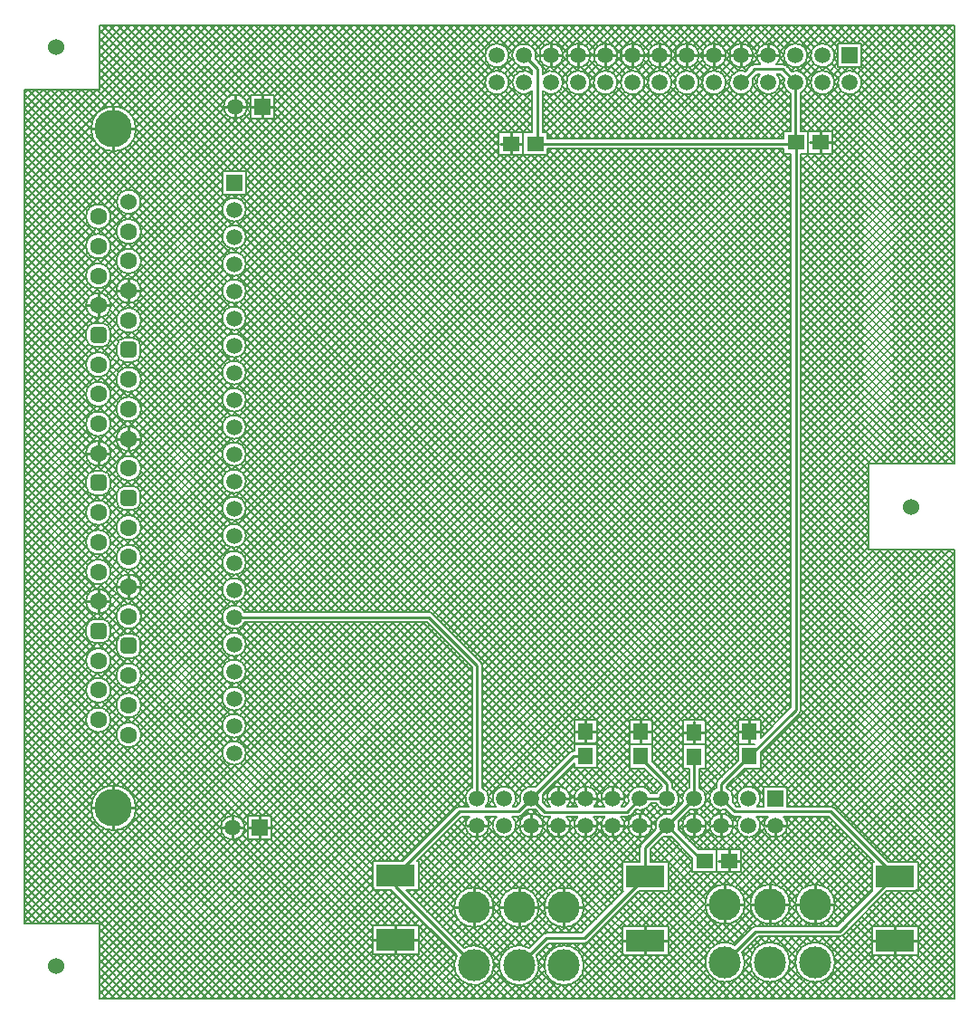
<source format=gbl>
G04*
G04 #@! TF.GenerationSoftware,Altium Limited,Altium Designer,18.0.9 (584)*
G04*
G04 Layer_Physical_Order=2*
G04 Layer_Color=16711680*
%FSLAX44Y44*%
%MOMM*%
G71*
G01*
G75*
%ADD11C,0.2540*%
%ADD21C,1.5000*%
%ADD22R,1.5000X1.5000*%
%ADD23C,1.5240*%
%ADD24R,1.5000X1.5000*%
%ADD25C,3.0000*%
%ADD26C,1.6000*%
G04:AMPARAMS|DCode=27|XSize=1.524mm|YSize=1.524mm|CornerRadius=0.381mm|HoleSize=0mm|Usage=FLASHONLY|Rotation=270.000|XOffset=0mm|YOffset=0mm|HoleType=Round|Shape=RoundedRectangle|*
%AMROUNDEDRECTD27*
21,1,1.5240,0.7620,0,0,270.0*
21,1,0.7620,1.5240,0,0,270.0*
1,1,0.7620,-0.3810,-0.3810*
1,1,0.7620,-0.3810,0.3810*
1,1,0.7620,0.3810,0.3810*
1,1,0.7620,0.3810,-0.3810*
%
%ADD27ROUNDEDRECTD27*%
%ADD28C,3.5000*%
%ADD29C,0.2032*%
%ADD30R,1.5240X1.4220*%
%ADD31R,1.4220X1.5240*%
%ADD32R,3.6000X2.0000*%
D11*
X754830Y810680D02*
Y820330D01*
Y810680D02*
X764990D01*
X754830Y801030D02*
Y810680D01*
X744670D02*
X754830D01*
X706216Y891960D02*
Y902000D01*
Y891960D02*
X716256D01*
X696176D02*
X706216D01*
X670776D02*
X680816D01*
X690856D01*
X680816D02*
Y902000D01*
X655416Y891960D02*
X665456D01*
X655416D02*
Y902000D01*
X645376Y891960D02*
X655416D01*
X630016D02*
X640056D01*
X630016D02*
Y902000D01*
X604616Y891960D02*
X614656D01*
X619976D02*
X630016D01*
X604616D02*
Y902000D01*
X680816Y881920D02*
Y891960D01*
X655416Y881920D02*
Y891960D01*
X630016Y881920D02*
Y891960D01*
X604616Y881920D02*
Y891960D01*
X579216D02*
Y902000D01*
X594576Y891960D02*
X604616D01*
X569176D02*
X579216D01*
X589256D01*
X553816D02*
X563856D01*
X553816D02*
Y902000D01*
X543776Y891960D02*
X553816D01*
X528416D02*
X538456D01*
X528416D02*
Y902000D01*
X503016Y891960D02*
X513056D01*
X518376D02*
X528416D01*
X503016D02*
Y902000D01*
X492976Y891960D02*
X503016D01*
X579216Y881920D02*
Y891960D01*
X553816Y881920D02*
Y891960D01*
X528416Y881920D02*
Y891960D01*
X503016Y881920D02*
Y891960D01*
X688340Y259370D02*
X697990D01*
X688340D02*
Y269530D01*
X678690Y259370D02*
X688340D01*
X636720Y259172D02*
X646370D01*
X636720D02*
Y269332D01*
X627070Y259172D02*
X636720D01*
X688340Y249210D02*
Y259370D01*
X636720Y249012D02*
Y259172D01*
X586740Y259370D02*
Y269530D01*
X577090Y259370D02*
X586740D01*
X596390D01*
X586740Y249210D02*
Y259370D01*
X535120Y259500D02*
X544770D01*
X535120D02*
Y269660D01*
Y249340D02*
Y259500D01*
X525470D02*
X535120D01*
X713074Y171870D02*
X723114D01*
X662274D02*
X672314D01*
X713074Y161830D02*
Y171870D01*
X703034D02*
X713074D01*
X669290Y138720D02*
Y148370D01*
Y138720D02*
X679450D01*
X669290Y129070D02*
Y138720D01*
X659130D02*
X669290D01*
X824680Y63920D02*
Y76460D01*
Y63920D02*
X845220D01*
X804140D02*
X824680D01*
X750015Y98210D02*
Y115750D01*
Y98210D02*
X767555D01*
X750015Y80670D02*
Y98210D01*
X824680Y51380D02*
Y63920D01*
X732475Y98210D02*
X750015D01*
X707840D02*
X725380D01*
X707840D02*
Y115750D01*
X690300Y98210D02*
X707840D01*
Y80670D02*
Y98210D01*
X665665D02*
X683205D01*
X662274Y171870D02*
Y181910D01*
X636874Y171870D02*
Y181910D01*
X652234Y171870D02*
X662274D01*
Y161830D02*
Y171870D01*
X636874D02*
X646914D01*
X626834D02*
X636874D01*
Y161830D02*
Y171870D01*
X586074D02*
Y181910D01*
Y171870D02*
X596114D01*
X586074Y161830D02*
Y171870D01*
X576034D02*
X586074D01*
X560674Y197270D02*
Y207310D01*
Y197270D02*
X570714D01*
X550634D02*
X560674D01*
X535274D02*
Y207310D01*
X509874Y197270D02*
Y207310D01*
X525234Y197270D02*
X535274D01*
X545314D01*
X509874D02*
X519914D01*
X499834D02*
X509874D01*
X550634Y171870D02*
X560674D01*
X570714D01*
X560674Y161830D02*
Y171870D01*
X535274D02*
X545314D01*
X525234D02*
X535274D01*
Y161830D02*
Y171870D01*
X509874Y161830D02*
Y171870D01*
X499834D02*
X509874D01*
X519914D01*
X665665Y98210D02*
Y115750D01*
Y80670D02*
Y98210D01*
X648125D02*
X665665D01*
X591000Y63920D02*
Y76460D01*
Y63920D02*
X611540D01*
X591000Y51380D02*
Y63920D01*
X570460D02*
X591000D01*
X515065Y95285D02*
X532605D01*
X515065D02*
Y112825D01*
Y77745D02*
Y95285D01*
X497525D02*
X515065D01*
X465270Y809410D02*
Y819060D01*
Y809410D02*
X475430D01*
X455110D02*
X465270D01*
Y799760D02*
Y809410D01*
X232860Y844180D02*
Y854220D01*
Y844180D02*
X242900D01*
X232860Y834140D02*
Y844180D01*
X222820D02*
X232860D01*
X207460D02*
X217500D01*
X207460D02*
Y854220D01*
Y834140D02*
Y844180D01*
X197420D02*
X207460D01*
X93414Y823306D02*
X113454D01*
X93414D02*
Y843346D01*
Y803266D02*
Y823306D01*
X107638Y671922D02*
Y682462D01*
Y661382D02*
Y671922D01*
X97098D02*
X107638D01*
X118178D01*
X79190Y658206D02*
Y668746D01*
Y658206D02*
X89730D01*
X79190Y647666D02*
Y658206D01*
X73374Y823306D02*
X93414D01*
X68650Y658206D02*
X79190D01*
X107638Y533492D02*
Y544032D01*
Y533492D02*
X118178D01*
X107638Y522952D02*
Y533492D01*
X97098D02*
X107638D01*
Y395062D02*
Y405602D01*
Y395062D02*
X118178D01*
X107638Y384522D02*
Y395062D01*
X97098D02*
X107638D01*
X79190Y519776D02*
X89730D01*
X79190D02*
Y530316D01*
Y509236D02*
Y519776D01*
X68650D02*
X79190D01*
Y381346D02*
X89730D01*
X79190D02*
Y391886D01*
X68650Y381346D02*
X79190D01*
X484474Y171870D02*
X494514D01*
X484474D02*
Y181910D01*
X474434Y171870D02*
X484474D01*
Y161830D02*
Y171870D01*
X472890Y95285D02*
Y112825D01*
Y95285D02*
X490430D01*
X472890Y77745D02*
Y95285D01*
X455350D02*
X472890D01*
X423634Y171870D02*
X433674D01*
X443714D01*
X433674Y161830D02*
Y171870D01*
X430715Y95285D02*
Y112825D01*
X413175Y95285D02*
X430715D01*
X448255D01*
X430715Y77745D02*
Y95285D01*
X79190Y370806D02*
Y381346D01*
X230320Y169810D02*
Y179850D01*
X220280Y169810D02*
X230320D01*
X240360D01*
X230320Y159770D02*
Y169810D01*
X204920D02*
X214960D01*
X204920D02*
Y179850D01*
Y159770D02*
Y169810D01*
X194880D02*
X204920D01*
X357320Y65190D02*
Y77730D01*
Y65190D02*
X377860D01*
X357320Y52650D02*
Y65190D01*
X336780D02*
X357320D01*
X93414Y188306D02*
X113454D01*
X73374D02*
X93414D01*
Y208346D01*
Y168266D02*
Y188306D01*
X586074Y235844D02*
X611474Y210444D01*
Y197270D02*
Y210444D01*
X488130Y809410D02*
X490220Y811500D01*
Y879356D01*
X477616Y891960D02*
X490220Y879356D01*
X772610Y72810D02*
X824680Y124880D01*
X729992Y809410D02*
X731616Y811034D01*
X573498Y184694D02*
X586074Y197270D01*
X497050Y184694D02*
X573498D01*
X484474Y197270D02*
X497050Y184694D01*
X688340Y236510D02*
X731970Y280140D01*
X586074Y197270D02*
X611474D01*
X586074Y235844D02*
X586740Y236510D01*
X662274Y197270D02*
Y210444D01*
X688340Y236510D01*
X644624Y138720D02*
X646430D01*
X611474Y171870D02*
X644624Y138720D01*
X388590Y366660D02*
X433674Y321576D01*
X206190Y366660D02*
X388590D01*
X731970Y280140D02*
Y810680D01*
X680816Y866560D02*
X681170D01*
X693616Y879006D01*
X719170D01*
X731616Y866560D01*
X488130Y809410D02*
X729992D01*
X731616Y811034D02*
X731970Y810680D01*
X357320Y125190D02*
X416954Y184824D01*
X472028D01*
X357320Y114455D02*
X430715Y41060D01*
X357320Y114455D02*
Y125190D01*
X636392Y259500D02*
X636720Y259172D01*
X731616Y811034D02*
Y866560D01*
X611474Y171870D02*
X636874Y197270D01*
X498290Y66460D02*
X533850D01*
X472890Y41060D02*
X498290Y66460D01*
X472028Y184824D02*
X484474Y197270D01*
X533850Y66460D02*
X591000Y123610D01*
X662274Y197270D02*
X674720Y184824D01*
X764736D01*
X824680Y124880D01*
X694490Y72810D02*
X772610D01*
X665665Y43985D02*
X694490Y72810D01*
X636874Y197270D02*
Y236158D01*
X636720Y236312D02*
X636874Y236158D01*
X523844Y236640D02*
X535120D01*
X484474Y197270D02*
X523844Y236640D01*
X591000Y151396D02*
X611474Y171870D01*
X591000Y123610D02*
Y151396D01*
X433674Y197270D02*
Y321576D01*
D21*
X207460Y844180D02*
D03*
X204920Y169810D02*
D03*
X757016Y891960D02*
D03*
X731616D02*
D03*
X706216D02*
D03*
X680816D02*
D03*
X655416D02*
D03*
X630016D02*
D03*
X604616D02*
D03*
X579216D02*
D03*
X553816D02*
D03*
X528416D02*
D03*
X503016D02*
D03*
X477616D02*
D03*
X452216D02*
D03*
X782416Y866560D02*
D03*
X757016D02*
D03*
X731616D02*
D03*
X706216D02*
D03*
X680816D02*
D03*
X655416D02*
D03*
X630016D02*
D03*
X604616D02*
D03*
X579216D02*
D03*
X553816D02*
D03*
X528416D02*
D03*
X503016D02*
D03*
X477616D02*
D03*
X452216D02*
D03*
X713074Y171870D02*
D03*
X687674Y197270D02*
D03*
Y171870D02*
D03*
X662274Y197270D02*
D03*
Y171870D02*
D03*
X636874Y197270D02*
D03*
Y171870D02*
D03*
X611474Y197270D02*
D03*
Y171870D02*
D03*
X586074Y197270D02*
D03*
Y171870D02*
D03*
X560674Y197270D02*
D03*
Y171870D02*
D03*
X535274Y197270D02*
D03*
Y171870D02*
D03*
X509874Y197270D02*
D03*
Y171870D02*
D03*
X484474Y197270D02*
D03*
Y171870D02*
D03*
X459074Y197270D02*
D03*
Y171870D02*
D03*
X433674Y197270D02*
D03*
Y171870D02*
D03*
X206190Y239660D02*
D03*
Y265060D02*
D03*
Y290460D02*
D03*
Y315860D02*
D03*
Y341260D02*
D03*
Y366660D02*
D03*
Y392060D02*
D03*
Y417460D02*
D03*
Y442860D02*
D03*
Y468260D02*
D03*
Y493660D02*
D03*
Y519060D02*
D03*
Y544460D02*
D03*
Y569860D02*
D03*
Y595260D02*
D03*
Y620660D02*
D03*
Y646060D02*
D03*
Y671460D02*
D03*
Y696860D02*
D03*
Y722260D02*
D03*
Y747660D02*
D03*
D22*
X232860Y844180D02*
D03*
X230320Y169810D02*
D03*
X782416Y891960D02*
D03*
X713074Y197270D02*
D03*
D23*
X840000Y470000D02*
D03*
X40000Y900000D02*
D03*
Y40000D02*
D03*
X107638Y754980D02*
D03*
D24*
X206190Y773060D02*
D03*
D25*
X707840Y98210D02*
D03*
Y43985D02*
D03*
X750015Y98210D02*
D03*
X665665Y43985D02*
D03*
Y98210D02*
D03*
X750015Y43985D02*
D03*
X472890Y95285D02*
D03*
Y41060D02*
D03*
X515065Y95285D02*
D03*
X430715Y41060D02*
D03*
Y95285D02*
D03*
X515065Y41060D02*
D03*
D26*
X107638Y256632D02*
D03*
X79190Y270602D02*
D03*
Y298288D02*
D03*
Y325974D02*
D03*
X107638Y312004D02*
D03*
Y395062D02*
D03*
X79190Y381346D02*
D03*
Y409032D02*
D03*
X107638Y422748D02*
D03*
Y367376D02*
D03*
Y450434D02*
D03*
X79190Y464404D02*
D03*
X107638Y533492D02*
D03*
X79190Y547462D02*
D03*
Y519776D02*
D03*
X107638Y561178D02*
D03*
X79190Y575148D02*
D03*
Y602834D02*
D03*
X107638Y644236D02*
D03*
Y699608D02*
D03*
Y671922D02*
D03*
X79190Y685892D02*
D03*
Y713578D02*
D03*
X107638Y727294D02*
D03*
Y284318D02*
D03*
Y588864D02*
D03*
X79190Y436718D02*
D03*
X107638Y505806D02*
D03*
X79190Y741264D02*
D03*
Y658206D02*
D03*
D27*
X107638Y339690D02*
D03*
Y478120D02*
D03*
X79190Y492090D02*
D03*
Y630520D02*
D03*
X107638Y616550D02*
D03*
X79190Y353660D02*
D03*
D28*
X93414Y188306D02*
D03*
Y823306D02*
D03*
D29*
X768072Y891960D02*
G03*
X768072Y891960I-11056J0D01*
G01*
X793472Y866560D02*
G03*
X793472Y866560I-11056J0D01*
G01*
X768072D02*
G03*
X768072Y866560I-11056J0D01*
G01*
X742672D02*
G03*
X727995Y877006I-11056J0D01*
G01*
X742672Y891960D02*
G03*
X742672Y891960I-11056J0D01*
G01*
X736442Y856613D02*
G03*
X742672Y866560I-4826J9947D01*
G01*
X722582Y882419D02*
G03*
X719170Y883832I-3413J-3413D01*
G01*
X722590Y882411D02*
G03*
X719170Y883832I-3420J-3405D01*
G01*
X721170Y870181D02*
G03*
X726790Y856613I10446J-3621D01*
G01*
X735383Y276728D02*
G03*
X736796Y280140I-3413J3413D01*
G01*
X735375Y276721D02*
G03*
X736796Y280140I-3405J3420D01*
G01*
X713711Y883832D02*
G03*
X717272Y891960I-7495J8128D01*
G01*
D02*
G03*
X698721Y883832I-11056J0D01*
G01*
X693616D02*
G03*
X690203Y882419I0J-4826D01*
G01*
X691872Y891960D02*
G03*
X691872Y891960I-11056J0D01*
G01*
X693616Y883832D02*
G03*
X690197Y882411I0J-4826D01*
G01*
X698205Y874180D02*
G03*
X717272Y866560I8011J-7620D01*
G01*
X684697Y876912D02*
G03*
X691872Y866560I-3881J-10352D01*
G01*
X666472Y891960D02*
G03*
X666472Y891960I-11056J0D01*
G01*
X641072D02*
G03*
X641072Y891960I-11056J0D01*
G01*
X666472Y866560D02*
G03*
X666472Y866560I-11056J0D01*
G01*
X641072D02*
G03*
X641072Y866560I-11056J0D01*
G01*
X590272Y891960D02*
G03*
X590272Y891960I-11056J0D01*
G01*
X615672D02*
G03*
X615672Y891960I-11056J0D01*
G01*
X564872D02*
G03*
X564872Y891960I-11056J0D01*
G01*
X615672Y866560D02*
G03*
X615672Y866560I-11056J0D01*
G01*
X564872D02*
G03*
X564872Y866560I-11056J0D01*
G01*
X590272D02*
G03*
X590272Y866560I-11056J0D01*
G01*
X539472Y891960D02*
G03*
X539472Y891960I-11056J0D01*
G01*
X514072D02*
G03*
X514072Y891960I-11056J0D01*
G01*
X539472Y866560D02*
G03*
X539472Y866560I-11056J0D01*
G01*
X495046Y879356D02*
G03*
X493625Y882776I-4826J0D01*
G01*
X495046Y879356D02*
G03*
X493633Y882768I-4826J0D01*
G01*
X514072Y866560D02*
G03*
X495046Y874222I-11056J0D01*
G01*
X717272Y866560D02*
G03*
X714227Y874180I-11056J0D01*
G01*
X691872Y866560D02*
G03*
X691350Y869915I-11056J0D01*
G01*
X658861Y213857D02*
G03*
X657448Y210444I3413J-3413D01*
G01*
X658869Y213864D02*
G03*
X657448Y210444I3405J-3420D01*
G01*
X616300D02*
G03*
X614879Y213864I-4826J0D01*
G01*
X616300Y210444D02*
G03*
X614887Y213857I-4826J0D01*
G01*
X495046Y858897D02*
G03*
X514072Y866560I7970J7663D01*
G01*
X523844Y241466D02*
G03*
X520432Y240053I0J-4826D01*
G01*
X523844Y241466D02*
G03*
X520424Y240045I0J-4826D01*
G01*
X768148Y188237D02*
G03*
X764736Y189650I-3413J-3413D01*
G01*
X768156Y188229D02*
G03*
X764736Y189650I-3420J-3405D01*
G01*
X724130Y171870D02*
G03*
X720569Y179998I-11056J0D01*
G01*
X768571Y98210D02*
G03*
X768571Y98210I-18556J0D01*
G01*
X698730Y197270D02*
G03*
X679663Y189650I-11056J0D01*
G01*
X695685D02*
G03*
X698730Y197270I-8011J7620D01*
G01*
Y171870D02*
G03*
X695169Y179998I-11056J0D01*
G01*
X673330Y197270D02*
G03*
X667100Y207217I-11056J0D01*
G01*
X672720Y193649D02*
G03*
X673330Y197270I-10446J3621D01*
G01*
X671308Y181411D02*
G03*
X674720Y179998I3413J3413D01*
G01*
X671301Y181419D02*
G03*
X674720Y179998I3420J3405D01*
G01*
X705579D02*
G03*
X724130Y171870I7495J-8128D01*
G01*
X680179Y179998D02*
G03*
X698730Y171870I7495J-8128D01*
G01*
X673330D02*
G03*
X673330Y171870I-11056J0D01*
G01*
X684221Y98210D02*
G03*
X684221Y98210I-18556J0D01*
G01*
X772610Y67984D02*
G03*
X776030Y69405I0J4826D01*
G01*
X772610Y67984D02*
G03*
X776022Y69398I0J4826D01*
G01*
X726396Y98210D02*
G03*
X726396Y98210I-18556J0D01*
G01*
X694490Y77636D02*
G03*
X691070Y76215I0J-4826D01*
G01*
X694490Y77636D02*
G03*
X691077Y76223I0J-4826D01*
G01*
X768571Y43985D02*
G03*
X768571Y43985I-18556J0D01*
G01*
X726396D02*
G03*
X726396Y43985I-18556J0D01*
G01*
X684221D02*
G03*
X681747Y53242I-18556J0D01*
G01*
X674922Y60067D02*
G03*
X684221Y43985I-9257J-16082D01*
G01*
X657448Y207217D02*
G03*
X665895Y186824I4826J-9947D01*
G01*
X647930Y197270D02*
G03*
X641700Y207217I-11056J0D01*
G01*
X632048D02*
G03*
X626428Y193649I4826J-9947D01*
G01*
X633253Y186824D02*
G03*
X647930Y197270I3621J10446D01*
G01*
X606648Y207217D02*
G03*
X601527Y202096I4826J-9947D01*
G01*
X622530Y197270D02*
G03*
X616300Y207217I-11056J0D01*
G01*
X596021Y202096D02*
G03*
X575628Y193649I-9947J-4826D01*
G01*
X601527Y192444D02*
G03*
X622530Y197270I9947J4826D01*
G01*
X582453Y186824D02*
G03*
X596021Y192444I3621J10446D01*
G01*
X647930Y171870D02*
G03*
X647930Y171870I-11056J0D01*
G01*
X615095Y182316D02*
G03*
X601028Y168249I-3621J-10446D01*
G01*
X573498Y179868D02*
G03*
X576918Y181289I0J4826D01*
G01*
X597130Y171870D02*
G03*
X597130Y171870I-11056J0D01*
G01*
X622530D02*
G03*
X621920Y175491I-11056J0D01*
G01*
Y168249D02*
G03*
X622530Y171870I-10446J3621D01*
G01*
X573498Y179868D02*
G03*
X576911Y181282I0J4826D01*
G01*
X568559Y189520D02*
G03*
X571730Y197270I-7885J7750D01*
G01*
D02*
G03*
X552789Y189520I-11056J0D01*
G01*
X543159D02*
G03*
X546330Y197270I-7885J7750D01*
G01*
X495530D02*
G03*
X494920Y200891I-11056J0D01*
G01*
Y193649D02*
G03*
X495530Y197270I-10446J3621D01*
G01*
X571730Y171870D02*
G03*
X568307Y179868I-11056J0D01*
G01*
X553041D02*
G03*
X571730Y171870I7633J-7998D01*
G01*
X546330Y197270D02*
G03*
X527389Y189520I-11056J0D01*
G01*
X546330Y171870D02*
G03*
X542907Y179868I-11056J0D01*
G01*
X527641D02*
G03*
X546330Y171870I7633J-7998D01*
G01*
X517759Y189520D02*
G03*
X520930Y197270I-7885J7750D01*
G01*
D02*
G03*
X501989Y189520I-11056J0D01*
G01*
X493630Y181289D02*
G03*
X497050Y179868I3420J3405D01*
G01*
X493638Y181282D02*
G03*
X497050Y179868I3413J3413D01*
G01*
X520930Y171870D02*
G03*
X517507Y179868I-11056J0D01*
G01*
X502241D02*
G03*
X520930Y171870I7633J-7998D01*
G01*
X607853Y161424D02*
G03*
X615095Y161424I3621J10446D01*
G01*
X587595Y154816D02*
G03*
X586174Y151396I3405J-3420D01*
G01*
X587588Y154809D02*
G03*
X586174Y151396I3413J-3413D01*
G01*
X533621Y95285D02*
G03*
X533621Y95285I-18556J0D01*
G01*
X498290Y71286D02*
G03*
X494878Y69872I0J-4826D01*
G01*
X498290Y71286D02*
G03*
X494870Y69865I0J-4826D01*
G01*
X533850Y61634D02*
G03*
X537270Y63055I0J4826D01*
G01*
X533850Y61634D02*
G03*
X537262Y63047I0J4826D01*
G01*
X533621Y41060D02*
G03*
X533621Y41060I-18556J0D01*
G01*
X488672Y891960D02*
G03*
X481237Y881514I-11056J0D01*
G01*
X488062Y888339D02*
G03*
X488672Y891960I-10446J3621D01*
G01*
X485394Y874417D02*
G03*
X485394Y858703I-7778J-7857D01*
G01*
X463272Y891960D02*
G03*
X463272Y891960I-11056J0D01*
G01*
Y866560D02*
G03*
X463272Y866560I-11056J0D01*
G01*
X218516Y844180D02*
G03*
X218516Y844180I-11056J0D01*
G01*
X217246Y747660D02*
G03*
X217246Y747660I-11056J0D01*
G01*
Y722260D02*
G03*
X217246Y722260I-11056J0D01*
G01*
Y696860D02*
G03*
X217246Y696860I-11056J0D01*
G01*
Y569860D02*
G03*
X217246Y569860I-11056J0D01*
G01*
Y544460D02*
G03*
X217246Y544460I-11056J0D01*
G01*
Y646060D02*
G03*
X217246Y646060I-11056J0D01*
G01*
Y620660D02*
G03*
X217246Y620660I-11056J0D01*
G01*
Y671460D02*
G03*
X217246Y671460I-11056J0D01*
G01*
Y595260D02*
G03*
X217246Y595260I-11056J0D01*
G01*
Y519060D02*
G03*
X217246Y519060I-11056J0D01*
G01*
Y468260D02*
G03*
X217246Y468260I-11056J0D01*
G01*
Y442860D02*
G03*
X217246Y442860I-11056J0D01*
G01*
Y493660D02*
G03*
X217246Y493660I-11056J0D01*
G01*
Y417460D02*
G03*
X217246Y417460I-11056J0D01*
G01*
Y392060D02*
G03*
X217246Y392060I-11056J0D01*
G01*
X118814Y754980D02*
G03*
X118814Y754980I-11176J0D01*
G01*
X119194Y727294D02*
G03*
X119194Y727294I-11556J0D01*
G01*
Y699608D02*
G03*
X119194Y699608I-11556J0D01*
G01*
Y671922D02*
G03*
X119194Y671922I-11556J0D01*
G01*
X118814Y620360D02*
G03*
X111448Y627726I-7366J0D01*
G01*
X119194Y644236D02*
G03*
X119194Y644236I-11556J0D01*
G01*
X103828Y627726D02*
G03*
X96462Y620360I0J-7366D01*
G01*
X90366Y634330D02*
G03*
X83000Y641696I-7366J0D01*
G01*
Y619344D02*
G03*
X90366Y626710I0J7366D01*
G01*
X114470Y823306D02*
G03*
X114470Y823306I-21056J0D01*
G01*
X90746Y741264D02*
G03*
X90746Y741264I-11556J0D01*
G01*
Y713578D02*
G03*
X90746Y713578I-11556J0D01*
G01*
Y685892D02*
G03*
X90746Y685892I-11556J0D01*
G01*
X75380Y641696D02*
G03*
X68014Y634330I0J-7366D01*
G01*
X90746Y658206D02*
G03*
X90746Y658206I-11556J0D01*
G01*
X68014Y626710D02*
G03*
X75380Y619344I7366J0D01*
G01*
X111448Y605374D02*
G03*
X118814Y612740I0J7366D01*
G01*
X96462D02*
G03*
X103828Y605374I7366J0D01*
G01*
X119194Y533492D02*
G03*
X119194Y533492I-11556J0D01*
G01*
Y588864D02*
G03*
X119194Y588864I-11556J0D01*
G01*
Y561178D02*
G03*
X119194Y561178I-11556J0D01*
G01*
Y505806D02*
G03*
X119194Y505806I-11556J0D01*
G01*
X111448Y466944D02*
G03*
X118814Y474310I0J7366D01*
G01*
Y481930D02*
G03*
X111448Y489296I-7366J0D01*
G01*
X103828D02*
G03*
X96462Y481930I0J-7366D01*
G01*
Y474310D02*
G03*
X103828Y466944I7366J0D01*
G01*
X119194Y450434D02*
G03*
X119194Y450434I-11556J0D01*
G01*
Y422748D02*
G03*
X119194Y422748I-11556J0D01*
G01*
Y395062D02*
G03*
X119194Y395062I-11556J0D01*
G01*
X83000Y480914D02*
G03*
X90366Y488280I0J7366D01*
G01*
X90746Y602834D02*
G03*
X90746Y602834I-11556J0D01*
G01*
Y575148D02*
G03*
X90746Y575148I-11556J0D01*
G01*
Y547462D02*
G03*
X90746Y547462I-11556J0D01*
G01*
X90366Y495900D02*
G03*
X83000Y503266I-7366J0D01*
G01*
X90746Y519776D02*
G03*
X90746Y519776I-11556J0D01*
G01*
X75380Y503266D02*
G03*
X68014Y495900I0J-7366D01*
G01*
Y488280D02*
G03*
X75380Y480914I7366J0D01*
G01*
X90746Y464404D02*
G03*
X90746Y464404I-11556J0D01*
G01*
Y436718D02*
G03*
X90746Y436718I-11556J0D01*
G01*
Y409032D02*
G03*
X90746Y409032I-11556J0D01*
G01*
X392002Y370073D02*
G03*
X388590Y371486I-3413J-3413D01*
G01*
X392010Y370065D02*
G03*
X388590Y371486I-3420J-3405D01*
G01*
X438500Y321576D02*
G03*
X437080Y324995I-4826J0D01*
G01*
X438500Y321576D02*
G03*
X437086Y324989I-4826J0D01*
G01*
X488095Y207716D02*
G03*
X474028Y193649I-3621J-10446D01*
G01*
X470130Y197270D02*
G03*
X451063Y189650I-11056J0D01*
G01*
X467085D02*
G03*
X470130Y197270I-8011J7620D01*
G01*
X444730D02*
G03*
X438500Y207217I-11056J0D01*
G01*
X441685Y189650D02*
G03*
X444730Y197270I-8011J7620D01*
G01*
X428848Y207217D02*
G03*
X425663Y189650I4826J-9947D01*
G01*
X480853Y186824D02*
G03*
X488095Y186824I3621J10446D01*
G01*
X495530Y171870D02*
G03*
X495530Y171870I-11056J0D01*
G01*
X472028Y179998D02*
G03*
X475448Y181419I0J4826D01*
G01*
X472028Y179998D02*
G03*
X475440Y181411I0J4826D01*
G01*
X470130Y171870D02*
G03*
X466569Y179998I-11056J0D01*
G01*
X451579D02*
G03*
X470130Y171870I7495J-8128D01*
G01*
X444730D02*
G03*
X441169Y179998I-11056J0D01*
G01*
X491446Y95285D02*
G03*
X491446Y95285I-18556J0D01*
G01*
Y41060D02*
G03*
X488972Y50317I-18556J0D01*
G01*
X482147Y57142D02*
G03*
X491446Y41060I-9257J-16082D01*
G01*
X426179Y179998D02*
G03*
X444730Y171870I7495J-8128D01*
G01*
X449271Y95285D02*
G03*
X449271Y95285I-18556J0D01*
G01*
X416954Y189650D02*
G03*
X413541Y188237I0J-4826D01*
G01*
X416954Y189650D02*
G03*
X413535Y188229I0J-4826D01*
G01*
X449271Y41060D02*
G03*
X421458Y57142I-18556J0D01*
G01*
X414633Y50317D02*
G03*
X449271Y41060I16082J-9257D01*
G01*
X216137Y371486D02*
G03*
X216137Y361834I-9947J-4826D01*
G01*
X217246Y341260D02*
G03*
X217246Y341260I-11056J0D01*
G01*
X118814Y343500D02*
G03*
X111448Y350866I-7366J0D01*
G01*
Y328514D02*
G03*
X118814Y335880I0J7366D01*
G01*
X119194Y367376D02*
G03*
X119194Y367376I-11556J0D01*
G01*
X103828Y350866D02*
G03*
X96462Y343500I0J-7366D01*
G01*
Y335880D02*
G03*
X103828Y328514I7366J0D01*
G01*
X217246Y315860D02*
G03*
X217246Y315860I-11056J0D01*
G01*
Y290460D02*
G03*
X217246Y290460I-11056J0D01*
G01*
X90746Y381346D02*
G03*
X90746Y381346I-11556J0D01*
G01*
X90366Y357470D02*
G03*
X83000Y364836I-7366J0D01*
G01*
Y342484D02*
G03*
X90366Y349850I0J7366D01*
G01*
X90746Y325974D02*
G03*
X90746Y325974I-11556J0D01*
G01*
X75380Y364836D02*
G03*
X68014Y357470I0J-7366D01*
G01*
Y349850D02*
G03*
X75380Y342484I7366J0D01*
G01*
X119194Y312004D02*
G03*
X119194Y312004I-11556J0D01*
G01*
Y284318D02*
G03*
X119194Y284318I-11556J0D01*
G01*
X90746Y298288D02*
G03*
X90746Y298288I-11556J0D01*
G01*
X217246Y265060D02*
G03*
X217246Y265060I-11056J0D01*
G01*
Y239660D02*
G03*
X217246Y239660I-11056J0D01*
G01*
X215976Y169810D02*
G03*
X215976Y169810I-11056J0D01*
G01*
X119194Y256632D02*
G03*
X119194Y256632I-11556J0D01*
G01*
X114470Y188306D02*
G03*
X114470Y188306I-21056J0D01*
G01*
X90746Y270602D02*
G03*
X90746Y270602I-11556J0D01*
G01*
X872876Y920000D02*
X880000Y912876D01*
X865692Y920000D02*
X880000Y905692D01*
X793472Y900066D02*
X813406Y920000D01*
X858508D02*
X880000Y898508D01*
X844139Y920000D02*
X880000Y884139D01*
X836955Y920000D02*
X880000Y876955D01*
X851323Y920000D02*
X880000Y891323D01*
X789238Y903016D02*
X806222Y920000D01*
X793472Y892882D02*
X820590Y920000D01*
X782054Y903016D02*
X799038Y920000D01*
X789772Y874814D02*
X834959Y920000D01*
X792717Y870574D02*
X842143Y920000D01*
X793472Y885697D02*
X827775Y920000D01*
X774869Y903016D02*
X791853Y920000D01*
X793472Y880904D02*
Y903016D01*
X785068Y877293D02*
X788679Y880904D01*
X776473Y875883D02*
X781494Y880904D01*
X782656D02*
X786890Y876670D01*
X775472Y880904D02*
X779229Y877147D01*
X772297Y920000D02*
X789281Y903016D01*
X771360D02*
X793472D01*
X765113Y920000D02*
X782097Y903016D01*
X764638Y899969D02*
X784669Y920000D01*
X771360Y880904D02*
X793472D01*
X760071Y902586D02*
X777485Y920000D01*
X757929D02*
X774913Y903016D01*
X767455Y895602D02*
X771360Y899507D01*
X752225Y901924D02*
X770301Y920000D01*
X771360Y880904D02*
Y903016D01*
X767506Y888469D02*
X771360Y892322D01*
X767126Y896434D02*
X771360Y892200D01*
X743560Y920000D02*
X761490Y902070D01*
X750745Y920000D02*
X771360Y899385D01*
X737347Y901415D02*
X755932Y920000D01*
X740970Y897854D02*
X763117Y920000D01*
X742665Y892364D02*
X747052Y896751D01*
X767603Y888773D02*
X771360Y885016D01*
X762425Y876203D02*
X771360Y885138D01*
X756647Y877610D02*
X760507Y881470D01*
X764941Y884251D02*
X774707Y874485D01*
X766168Y872762D02*
X774310Y880904D01*
X760530Y881477D02*
X771933Y870074D01*
X741197Y886442D02*
X751498Y876141D01*
X753263Y881560D02*
X757209Y877614D01*
X742670Y892153D02*
X746617Y888207D01*
X739238Y874569D02*
X749007Y884338D01*
X742055Y870202D02*
X753374Y881521D01*
X737716Y882739D02*
X747795Y872660D01*
X822587Y920000D02*
X880000Y862587D01*
X815403Y920000D02*
X880000Y855403D01*
X829771Y920000D02*
X880000Y869771D01*
X801034Y920000D02*
X880000Y841034D01*
Y510000D02*
Y920000D01*
X808218D02*
X880000Y848218D01*
X786666Y920000D02*
X880000Y826666D01*
X779481Y920000D02*
X880000Y819481D01*
X793850Y920000D02*
X880000Y833850D01*
X766006Y800758D02*
X880000Y914752D01*
X793472Y891641D02*
X880000Y805113D01*
X793472Y898825D02*
X880000Y812297D01*
X789841Y880904D02*
X880000Y790745D01*
X792526Y871034D02*
X880000Y783560D01*
X793472Y884457D02*
X880000Y797929D01*
X766597Y861042D02*
X880000Y747639D01*
X790341Y858851D02*
X880000Y769192D01*
X793003Y863373D02*
X880000Y776376D01*
X742315Y863772D02*
X880000Y726087D01*
X757743Y855528D02*
X880000Y733271D01*
X763116Y857339D02*
X880000Y740455D01*
X766006Y818528D02*
X880000Y704534D01*
X766006Y811344D02*
X880000Y697350D01*
X739789Y859114D02*
X880000Y718902D01*
X793120Y863793D02*
X849327Y920000D01*
X768036Y867446D02*
X773093Y872503D01*
X768070Y866753D02*
X772017Y862807D01*
X766006Y815126D02*
X870880Y920000D01*
X766006Y807942D02*
X878064Y920000D01*
X741202Y872069D02*
X745984Y867287D01*
X742106Y863069D02*
X745966Y866928D01*
X757857Y821346D02*
X856511Y920000D01*
X765042Y821346D02*
X863696Y920000D01*
X743146Y821003D02*
X778401Y856259D01*
X778663Y856160D02*
X880000Y754824D01*
X785930Y856077D02*
X880000Y762008D01*
X766006Y800014D02*
Y821346D01*
X750673D02*
X785183Y855856D01*
X743654Y821346D02*
X766006D01*
X741635D02*
X743146Y819835D01*
X743654Y800014D02*
Y821346D01*
X743146Y800014D02*
Y821346D01*
X729192Y920000D02*
X749307Y899885D01*
X736376Y920000D02*
X753829Y902547D01*
X731763Y903015D02*
X748748Y920000D01*
X727651Y877350D02*
X731212Y880911D01*
X734671Y877186D02*
X746390Y888905D01*
X732343Y880928D02*
X737125Y876146D01*
X714095Y899716D02*
X734380Y920000D01*
X722008D02*
X746533Y895474D01*
X714824Y920000D02*
X731809Y903014D01*
X716781Y895217D02*
X741564Y920000D01*
X716915Y889172D02*
X728828Y877259D01*
X736442Y835852D02*
X756130Y855540D01*
X736442Y848092D02*
X763188Y821346D01*
X736442Y840908D02*
X756004Y821346D01*
X736442Y833724D02*
X748820Y821346D01*
X736442D02*
X743146D01*
X736442Y826539D02*
X741635Y821346D01*
X736442Y850220D02*
X747373Y861151D01*
X736442Y843036D02*
X750814Y857408D01*
X736442Y828668D02*
X771683Y863908D01*
X736442Y821483D02*
X774163Y859204D01*
X736442Y821346D02*
Y856613D01*
X719732Y883799D02*
X722161Y886229D01*
X722590Y882411D02*
X727995Y877006D01*
X724059Y880942D02*
X725722Y882606D01*
X707639Y920000D02*
X726098Y901541D01*
X709661Y902466D02*
X727196Y920000D01*
X700455D02*
X722395Y898060D01*
X717171Y874180D02*
X721170Y870181D01*
X691614Y864184D02*
X726790Y829007D01*
X717248Y867286D02*
X720975Y863559D01*
X712619Y857547D02*
X726790Y843376D01*
X721936Y821346D02*
X726790Y826200D01*
X715979Y861371D02*
X726790Y850560D01*
Y821346D02*
Y856613D01*
X720794Y821346D02*
X726790D01*
X720794Y820204D02*
X721936Y821346D01*
X689228Y859385D02*
X726790Y821823D01*
X707412Y855569D02*
X726790Y836191D01*
X671721Y814236D02*
X720990Y863505D01*
X686089Y814236D02*
X726790Y854937D01*
X707642Y814236D02*
X726790Y833384D01*
X678905Y814236D02*
X723607Y858938D01*
X736796Y757179D02*
X880000Y900383D01*
X736796Y749995D02*
X880000Y893199D01*
X736796Y764364D02*
X880000Y907568D01*
X736796Y735627D02*
X880000Y878831D01*
X736796Y735627D02*
X880000Y878831D01*
X736796Y742811D02*
X880000Y886015D01*
X736796Y721258D02*
X880000Y864462D01*
X736796Y714074D02*
X880000Y857278D01*
X736796Y728443D02*
X880000Y871646D01*
X736796Y706890D02*
X880000Y850094D01*
X736796Y699706D02*
X880000Y842910D01*
X736442Y855276D02*
X880000Y711718D01*
X736796Y692522D02*
X880000Y835725D01*
X736796Y685337D02*
X880000Y828541D01*
X715292Y804584D02*
X727144Y792732D01*
X736796Y670969D02*
X880000Y814173D01*
X736796Y663785D02*
X880000Y806989D01*
X736796Y678153D02*
X880000Y821357D01*
X700924Y804584D02*
X727144Y778364D01*
X693739Y804584D02*
X727144Y771180D01*
X708108Y804584D02*
X727144Y785548D01*
X657818Y804584D02*
X727144Y735258D01*
X636266Y804584D02*
X727144Y713706D01*
X672187Y804584D02*
X727144Y749627D01*
X700458Y814236D02*
X726790Y840568D01*
X629082Y804584D02*
X727144Y706522D01*
X693274Y814236D02*
X726790Y847752D01*
X614713Y804584D02*
X727144Y692153D01*
X607529Y804584D02*
X727144Y684969D01*
X621897Y804584D02*
X727144Y699337D01*
X593161Y804584D02*
X727144Y670601D01*
X585976Y804584D02*
X727144Y663416D01*
X600345Y804584D02*
X727144Y677785D01*
X571608Y804584D02*
X727144Y649048D01*
X564424Y804584D02*
X727144Y641864D01*
X578792Y804584D02*
X727144Y656232D01*
X650634Y804584D02*
X727144Y728074D01*
X643450Y804584D02*
X727144Y720890D01*
X686555Y804584D02*
X727144Y763995D01*
X550055Y804584D02*
X727144Y627495D01*
X542871Y804584D02*
X727144Y620311D01*
X557239Y804584D02*
X727144Y634679D01*
X528503Y804584D02*
X727144Y605943D01*
X521318Y804584D02*
X727144Y598758D01*
X535687Y804584D02*
X727144Y613127D01*
X506950Y804584D02*
X727144Y584390D01*
X499766Y804584D02*
X727144Y577206D01*
X514134Y804584D02*
X727144Y591574D01*
X755783Y800014D02*
X880000Y675797D01*
X748599Y800014D02*
X880000Y668613D01*
X766006Y804160D02*
X880000Y690166D01*
X762967Y800014D02*
X880000Y682981D01*
X736796Y656600D02*
X880000Y799804D01*
X736796Y797449D02*
X880000Y654245D01*
X741415Y800014D02*
X880000Y661429D01*
X736796Y790264D02*
X880000Y647060D01*
X736796Y642232D02*
X880000Y785436D01*
X736796Y649416D02*
X880000Y792620D01*
X736796Y635048D02*
X880000Y778252D01*
X736796Y775896D02*
X880000Y632692D01*
X736796Y783080D02*
X880000Y639876D01*
X736796Y747159D02*
X880000Y603955D01*
X736796Y739975D02*
X880000Y596771D01*
X736796Y606311D02*
X880000Y749515D01*
X736796Y527285D02*
X880000Y670489D01*
X736796Y668133D02*
X880000Y524929D01*
X736796Y675317D02*
X880000Y532113D01*
X736796Y768712D02*
X880000Y625508D01*
X736796Y620679D02*
X880000Y763883D01*
X736796Y627864D02*
X880000Y771068D01*
X736796Y613495D02*
X880000Y756699D01*
X736796Y754343D02*
X880000Y611139D01*
X736796Y761527D02*
X880000Y618324D01*
X736796Y793100D02*
X743709Y800014D01*
X743654D02*
X766006D01*
X736796D02*
X743146D01*
X736796Y778732D02*
X758078Y800014D01*
X736796Y771548D02*
X765262Y800014D01*
X736796Y785916D02*
X750894Y800014D01*
X736796Y732791D02*
X880000Y589587D01*
X736796Y711238D02*
X880000Y568034D01*
X736796Y591942D02*
X880000Y735146D01*
X736796Y704054D02*
X880000Y560850D01*
X736796Y556021D02*
X880000Y699225D01*
X736796Y563206D02*
X880000Y706410D01*
X736796Y548837D02*
X880000Y692041D01*
X736796Y689685D02*
X880000Y546481D01*
X736796Y696870D02*
X880000Y553666D01*
X736796Y682501D02*
X880000Y539297D01*
X805722Y510000D02*
X880000Y584278D01*
X736796Y541653D02*
X880000Y684857D01*
X736796Y520100D02*
X880000Y663304D01*
X736796Y660948D02*
X880000Y517744D01*
X736796Y534469D02*
X880000Y677673D01*
X736796Y512916D02*
X880000Y656120D01*
X736796Y653764D02*
X880000Y510560D01*
X736796Y581922D02*
X808718Y510000D01*
X820090D02*
X880000Y569910D01*
X827275Y510000D02*
X880000Y562725D01*
X812906Y510000D02*
X880000Y577094D01*
X841643Y510000D02*
X880000Y548357D01*
X848827Y510000D02*
X880000Y541173D01*
X834459Y510000D02*
X880000Y555541D01*
X736796Y498548D02*
X880000Y641752D01*
X736796Y491363D02*
X880000Y634567D01*
X736796Y505732D02*
X880000Y648936D01*
X736796Y476995D02*
X880000Y620199D01*
X736796Y469811D02*
X880000Y613015D01*
X736796Y484179D02*
X880000Y627383D01*
X856011Y510000D02*
X880000Y533988D01*
X870380Y510000D02*
X880000Y519620D01*
X863196Y510000D02*
X880000Y526804D01*
X867166Y430000D02*
X880000Y417165D01*
X859981Y430000D02*
X880000Y409981D01*
X877564Y510000D02*
X880000Y512436D01*
X852797Y430000D02*
X880000Y402797D01*
X845613Y430000D02*
X880000Y395613D01*
X800000Y510000D02*
X880000D01*
X809692Y430000D02*
X880000Y359692D01*
X802508Y430000D02*
X880000Y352508D01*
X838429Y430000D02*
X880000Y388429D01*
X736796Y610659D02*
X837455Y510000D01*
X736796Y603475D02*
X830271Y510000D01*
X736796Y596291D02*
X823087Y510000D01*
X736796Y455443D02*
X880000Y598647D01*
X736796Y448258D02*
X880000Y591462D01*
X736796Y462627D02*
X880000Y605831D01*
X736796Y632212D02*
X859008Y510000D01*
X736796Y625027D02*
X851823Y510000D01*
X736796Y617843D02*
X844639Y510000D01*
X736796Y646580D02*
X873376Y510000D01*
X736796Y639396D02*
X866192Y510000D01*
X736796Y280140D02*
Y800014D01*
X800000Y430000D02*
X880000D01*
X874350D02*
X880000Y424350D01*
X800000Y430000D02*
Y510000D01*
X824060Y430000D02*
X880000Y374060D01*
X816876Y430000D02*
X880000Y366876D01*
X831245Y430000D02*
X880000Y381245D01*
X736796Y589106D02*
X815902Y510000D01*
X736796Y574738D02*
X801534Y510000D01*
X736796Y567554D02*
X800000Y504350D01*
X736796Y553185D02*
X800000Y489981D01*
X736796Y546001D02*
X800000Y482797D01*
X736796Y560369D02*
X800000Y497165D01*
X736796Y481343D02*
X880000Y338139D01*
X736796Y474159D02*
X880000Y330955D01*
X736796Y488527D02*
X880000Y345323D01*
X736796Y459790D02*
X880000Y316587D01*
X736796Y452606D02*
X880000Y309402D01*
X736796Y466975D02*
X880000Y323771D01*
X736796Y584758D02*
X880000Y727962D01*
X736796Y725606D02*
X880000Y582402D01*
X736796Y599127D02*
X880000Y742331D01*
X736796Y718422D02*
X880000Y575218D01*
X736796Y570390D02*
X880000Y713594D01*
X736796Y577574D02*
X880000Y720778D01*
X736796Y318942D02*
X847854Y430000D01*
X736796Y311758D02*
X855038Y430000D01*
X736796Y347679D02*
X819117Y430000D01*
X736796Y297390D02*
X869406Y430000D01*
X736796Y290206D02*
X876590Y430000D01*
X736796Y304574D02*
X862222Y430000D01*
X736796Y340495D02*
X826301Y430000D01*
X736796Y333311D02*
X833485Y430000D01*
X736796Y354864D02*
X811933Y430000D01*
X736796Y445422D02*
X880000Y302218D01*
X736796Y438238D02*
X880000Y295034D01*
X736796Y326127D02*
X840669Y430000D01*
X736796Y531633D02*
X800000Y468429D01*
X736796Y524449D02*
X800000Y461245D01*
X736796Y538817D02*
X800000Y475613D01*
X736796Y441074D02*
X800000Y504278D01*
X736796Y502896D02*
X800000Y439692D01*
X736796Y517264D02*
X800000Y454060D01*
X679371Y804584D02*
X727144Y756811D01*
X665003Y804584D02*
X727144Y742443D01*
X720794Y800014D02*
X727144D01*
X491237Y798744D02*
X727144Y562837D01*
X736796Y510080D02*
X800000Y446876D01*
X498422Y798744D02*
X727144Y570022D01*
X736796Y390785D02*
X800000Y453989D01*
X736796Y383600D02*
X800000Y446804D01*
X736796Y397969D02*
X800000Y461173D01*
X736796Y369232D02*
X800000Y432436D01*
X736796Y362048D02*
X804748Y430000D01*
X736796Y376416D02*
X800000Y439620D01*
X736796Y495712D02*
X800000Y432508D01*
X736796Y426706D02*
X800000Y489910D01*
X736796Y433890D02*
X800000Y497094D01*
X736796Y412337D02*
X800000Y475541D01*
X736796Y405153D02*
X800000Y468357D01*
X736796Y419521D02*
X800000Y482725D01*
X736796Y423870D02*
X880000Y280665D01*
X736796Y416685D02*
X880000Y273481D01*
X736796Y283021D02*
X880000Y426225D01*
X736796Y395133D02*
X880000Y251929D01*
X736796Y387948D02*
X880000Y244744D01*
X736796Y409501D02*
X880000Y266297D01*
X736796Y431054D02*
X880000Y287850D01*
X587821Y270546D02*
X727144Y409869D01*
X595005Y270546D02*
X727144Y402685D01*
X699006Y238047D02*
X880000Y419041D01*
X699006Y230863D02*
X880000Y411857D01*
X736796Y402317D02*
X880000Y259113D01*
X736796Y380764D02*
X880000Y237560D01*
X736796Y373580D02*
X880000Y230376D01*
X736796Y359212D02*
X880000Y216008D01*
X736796Y352027D02*
X880000Y208823D01*
X736796Y366396D02*
X880000Y223192D01*
X695584Y270546D02*
X727144Y302106D01*
X637912Y270348D02*
X727144Y359580D01*
X712390Y208326D02*
X880000Y375936D01*
X719574Y208326D02*
X880000Y368752D01*
X699006Y240351D02*
X735375Y276721D01*
X580636Y270546D02*
X727144Y417054D01*
X597406Y265763D02*
X727144Y395501D01*
Y282139D02*
Y800014D01*
X597406Y258579D02*
X727144Y388317D01*
X597406Y251395D02*
X727144Y381133D01*
X545786Y264433D02*
X727144Y445790D01*
X530477Y270676D02*
X727144Y467343D01*
X537661Y270676D02*
X727144Y460159D01*
X544845Y270676D02*
X727144Y452975D01*
X545786Y250064D02*
X727144Y431422D01*
X545786Y242880D02*
X727144Y424238D01*
X545786Y257248D02*
X727144Y438606D01*
X681215Y270546D02*
X727144Y316475D01*
X699006Y266784D02*
X727144Y294922D01*
X688400Y270546D02*
X727144Y309290D01*
X647386Y243901D02*
X727144Y323659D01*
X699006Y254001D02*
X727144Y282139D01*
X699006Y259600D02*
X727144Y287738D01*
X630728Y270348D02*
X727144Y366764D01*
X647386Y265453D02*
X727144Y345211D01*
X645096Y270348D02*
X727144Y352396D01*
X597406Y244210D02*
X727144Y373948D01*
X647386Y251085D02*
X727144Y330843D01*
X647386Y258269D02*
X727144Y338027D01*
X693271Y920000D02*
X711725Y901546D01*
X702317Y902306D02*
X720011Y920000D01*
X681456Y902998D02*
X698459Y920000D01*
X686087D02*
X703428Y902659D01*
X686860Y901217D02*
X705643Y920000D01*
X690363Y897536D02*
X712827Y920000D01*
X678903D02*
X698770Y900133D01*
X659240Y902334D02*
X676906Y920000D01*
X664534D02*
X681542Y902992D01*
X657350Y920000D02*
X675627Y901723D01*
X666096Y894821D02*
X691274Y920000D01*
X671718D02*
X695867Y895851D01*
X650166Y920000D02*
X671803Y898363D01*
X715802Y897469D02*
X720584Y892687D01*
X691872Y891860D02*
X695870Y895859D01*
X716397Y887649D02*
X720561Y891813D01*
X663544Y899454D02*
X684090Y920000D01*
X663704Y899277D02*
X669825Y893156D01*
X691848Y892686D02*
X695575Y888959D01*
X635797Y920000D02*
X653040Y902758D01*
X652285Y902563D02*
X669722Y920000D01*
X631129Y902960D02*
X648169Y920000D01*
X636365Y901011D02*
X655353Y920000D01*
X639747Y897209D02*
X662538Y920000D01*
X628613D02*
X648241Y900372D01*
X607060Y920000D02*
X625165Y901895D01*
X608807Y902191D02*
X626617Y920000D01*
X602176Y902743D02*
X619432Y920000D01*
X615397Y894412D02*
X640985Y920000D01*
X621429D02*
X645212Y896217D01*
X612985Y899184D02*
X633801Y920000D01*
X642981D02*
X662733Y900248D01*
X641054Y891332D02*
X644813Y895091D01*
X640997Y893248D02*
X644607Y889638D01*
X614244Y920000D02*
X631304Y902941D01*
X713711Y883832D02*
X719170D01*
X684261Y877066D02*
X695711Y888515D01*
X690579Y886771D02*
X693519Y883831D01*
X665119Y886661D02*
X669779Y891320D01*
X666214Y889584D02*
X678440Y877358D01*
X663828Y884785D02*
X673641Y874972D01*
X661460Y875817D02*
X671559Y885916D01*
X693616Y883832D02*
X698721D01*
X687219Y882947D02*
X688975Y881190D01*
X695615Y874180D02*
X698205D01*
X691381Y869817D02*
X695744Y874180D01*
X684697Y876912D02*
X690197Y882411D01*
X682012Y880969D02*
X685383Y877598D01*
X676917Y876906D02*
X680916Y880904D01*
X664963Y872136D02*
X675240Y882413D01*
X659672Y881756D02*
X670612Y870816D01*
X639951Y887109D02*
X650565Y876495D01*
X638144Y874054D02*
X647922Y883831D01*
X633840Y876934D02*
X645042Y888136D01*
X613349Y885180D02*
X619016Y890847D01*
X615499Y890009D02*
X628065Y877442D01*
X613259Y885065D02*
X623121Y875202D01*
X610965Y875611D02*
X620965Y885611D01*
X656056Y877598D02*
X660716Y882257D01*
X653094Y881151D02*
X656704Y877541D01*
X636713Y883163D02*
X646619Y873257D01*
X640695Y869421D02*
X652555Y881281D01*
X631664Y881028D02*
X644484Y868208D01*
X605729Y877560D02*
X611396Y883227D01*
X626885Y877163D02*
X630644Y880922D01*
X602920Y881035D02*
X606501Y877454D01*
X614347Y871809D02*
X624767Y882229D01*
X609228Y881912D02*
X619968Y871171D01*
X585508Y920000D02*
X602665Y902842D01*
X585861Y900797D02*
X605064Y920000D01*
X578324D02*
X597721Y900602D01*
X580784Y902904D02*
X597880Y920000D01*
X592692D02*
X619084Y893608D01*
X599876Y920000D02*
X621219Y898657D01*
X589121Y896873D02*
X612248Y920000D01*
X563955D02*
X581101Y902854D01*
X562417Y898906D02*
X583511Y920000D01*
X552010Y902868D02*
X569143Y920000D01*
X564684Y893989D02*
X590695Y920000D01*
X571139D02*
X594568Y896572D01*
X538485Y896526D02*
X561959Y920000D01*
X590209Y890776D02*
X593833Y894400D01*
X590110Y893845D02*
X593691Y890264D01*
X556771Y920000D02*
X574713Y902058D01*
X558364Y902037D02*
X576327Y920000D01*
X535348Y900573D02*
X554774Y920000D01*
X542402D02*
X568358Y894044D01*
X549587Y920000D02*
X570644Y898943D01*
X530423Y902832D02*
X547590Y920000D01*
X535218D02*
X552306Y902912D01*
X513666Y920000D02*
X530942Y902724D01*
X520850Y920000D02*
X543933Y896917D01*
X528034Y920000D02*
X547209Y900825D01*
X513957Y893551D02*
X540406Y920000D01*
X506481D02*
X524272Y902210D01*
X507911Y901873D02*
X526038Y920000D01*
X501803Y902949D02*
X518853Y920000D01*
X499297D02*
X520077Y899220D01*
X511841Y898620D02*
X533222Y920000D01*
X492113D02*
X517648Y894465D01*
X539180Y894486D02*
X542816Y890850D01*
X539329Y890186D02*
X542909Y893766D01*
X514022Y890907D02*
X519483Y885446D01*
X491219Y885182D02*
X493103Y887065D01*
X583407Y876791D02*
X594385Y887769D01*
X589314Y887457D02*
X600113Y876658D01*
X564768Y890450D02*
X577706Y877512D01*
X555384Y877504D02*
X568272Y890392D01*
X562681Y885353D02*
X572609Y875425D01*
X560461Y875397D02*
X570379Y885315D01*
X538666Y887815D02*
X549672Y876810D01*
X587585Y873784D02*
X597392Y883591D01*
X586199Y883388D02*
X596044Y873543D01*
X576776Y877343D02*
X580400Y880968D01*
X589997Y869012D02*
X602164Y881179D01*
X581300Y881102D02*
X593758Y868644D01*
X558773Y882077D02*
X569333Y871516D01*
X563721Y871473D02*
X574304Y882055D01*
X552706Y880960D02*
X556342Y877324D01*
X539284Y868589D02*
X551787Y881092D01*
X521902Y883027D02*
X527363Y877566D01*
X535676Y883621D02*
X545477Y873820D01*
X537018Y873506D02*
X546870Y883359D01*
X532964Y876637D02*
X543739Y887412D01*
X494601Y881379D02*
X496357Y883135D01*
X512094Y885650D02*
X522106Y875639D01*
X509948Y875173D02*
X519803Y885028D01*
X505023Y877432D02*
X517544Y889953D01*
X508308Y882253D02*
X518709Y871852D01*
X526610Y877468D02*
X530190Y881047D01*
X502458Y880918D02*
X506241Y877135D01*
X530921Y881192D02*
X543048Y869065D01*
X513085Y871126D02*
X523850Y881891D01*
X494366Y881826D02*
X499240Y876951D01*
X495046Y874640D02*
X501425Y881019D01*
X495046Y874222D02*
Y879356D01*
X714227Y874180D02*
X717171D01*
X715570Y872454D02*
X717234Y874117D01*
X695986Y874180D02*
X697203Y872963D01*
X692208Y870773D02*
X695225Y867756D01*
X717265Y866964D02*
X720826Y870525D01*
X691350Y869915D02*
X695615Y874180D01*
X665351Y861709D02*
X712824Y814236D01*
X690997Y862249D02*
X695161Y866413D01*
X650168Y814236D02*
X696761Y860829D01*
X662113Y857763D02*
X705640Y814236D01*
X640899Y864609D02*
X691272Y814236D01*
X720794D02*
Y821346D01*
Y800014D02*
Y804584D01*
X714826Y814236D02*
X720794Y820204D01*
X699006Y267686D02*
X705848Y260843D01*
X685072Y856356D02*
X720794Y820635D01*
X678494Y855751D02*
X720008Y814236D01*
X664537D02*
X705812Y855511D01*
X657353Y814236D02*
X700322Y857206D01*
X677674Y270546D02*
X699006D01*
X657064Y855628D02*
X698456Y814236D01*
X666472Y866460D02*
X670470Y870459D01*
X666397Y867848D02*
X670007Y864238D01*
X639719Y861261D02*
X644379Y865920D01*
X638659Y859665D02*
X684088Y814236D01*
X628616D02*
X673060Y858681D01*
X621432Y814236D02*
X670311Y863115D01*
X615654Y865932D02*
X619413Y869691D01*
X614714Y862057D02*
X662535Y814236D01*
X615510Y868445D02*
X619091Y864864D01*
X611599Y857988D02*
X655351Y814236D01*
X607063D02*
X649840Y857013D01*
X599879Y814236D02*
X646159Y860516D01*
X642984Y814236D02*
X685127Y856379D01*
X635800Y814236D02*
X677559Y855995D01*
X646054Y270348D02*
X647386Y269016D01*
X634628Y856512D02*
X676903Y814236D01*
X628320Y855635D02*
X669719Y814236D01*
X606700Y855702D02*
X648166Y814236D01*
X614247D02*
X655516Y855504D01*
X626054Y270348D02*
X647386D01*
X699006Y254001D02*
Y270546D01*
Y260501D02*
X702256Y257251D01*
X677674Y248194D02*
X693199D01*
X677674Y247686D02*
X692691D01*
X677674Y248194D02*
Y270546D01*
X647386Y269016D02*
X677674Y238728D01*
X647386Y236717D02*
X677674Y267005D01*
X647386Y261832D02*
X677112Y232106D01*
X647386Y229533D02*
X677674Y259820D01*
X641700Y216662D02*
X677674Y252636D01*
X647386Y254648D02*
X673520Y228514D01*
X699006Y225334D02*
Y240351D01*
X683989Y225334D02*
X699006D01*
X677674Y232669D02*
Y247686D01*
X658869Y213864D02*
X677674Y232669D01*
X667100Y208445D02*
X683989Y225334D01*
X647386Y247464D02*
X669927Y224922D01*
X647386Y240280D02*
X666336Y221331D01*
X647386Y233096D02*
X662744Y217739D01*
X641700Y209478D02*
X677674Y245452D01*
X647386Y225912D02*
X659152Y214146D01*
X647386Y247996D02*
Y270348D01*
X626054Y247996D02*
X647386D01*
Y225136D02*
Y247488D01*
X626054D02*
X647386D01*
X626054Y225136D02*
Y247488D01*
Y247996D02*
Y270348D01*
X597406Y261523D02*
X626054Y232875D01*
X597406Y231337D02*
Y247686D01*
Y254339D02*
X626054Y225691D01*
X601746Y226997D02*
X626054Y251306D01*
X598154Y230590D02*
X626054Y258490D01*
X641700Y223846D02*
X642990Y225136D01*
X641700D02*
X647386D01*
X626054D02*
X632048D01*
X626609D02*
X632048Y219697D01*
X641700Y224414D02*
X657448Y208666D01*
X615886Y212400D02*
X628621Y225136D01*
X608930Y219813D02*
X626054Y236937D01*
X612522Y216221D02*
X626054Y229753D01*
X605338Y223405D02*
X626054Y244121D01*
X597406Y231337D02*
X614879Y213864D01*
X564809Y865376D02*
X568433Y869000D01*
X587949Y859780D02*
X593616Y865447D01*
X564580Y869086D02*
X568216Y865450D01*
X590168Y865050D02*
X640982Y814236D01*
X578326D02*
X622522Y858431D01*
X571142Y814236D02*
X619642Y862736D01*
X537495Y860250D02*
X583508Y814236D01*
X542405D02*
X585996Y857827D01*
X528037Y814236D02*
X571992Y858191D01*
X564066Y862415D02*
X612245Y814236D01*
X561076Y858221D02*
X605061Y814236D01*
X549589D02*
X595565Y860211D01*
X578106Y855560D02*
X619430Y814236D01*
X563958D02*
X605244Y855522D01*
X556774Y814236D02*
X599367Y856829D01*
X592695Y814236D02*
X635316Y856857D01*
X585510Y814236D02*
X627155Y855881D01*
X584173Y856677D02*
X626614Y814236D01*
X533708Y856853D02*
X576324Y814236D01*
X499306D02*
X720794D01*
X527858Y855518D02*
X569140Y814236D01*
X547302Y857627D02*
X590693Y814236D01*
X556321Y855792D02*
X597877Y814236D01*
X535221D02*
X576764Y855779D01*
X513929Y864786D02*
X517509Y868366D01*
X539422Y865507D02*
X544883Y860046D01*
X513591Y869785D02*
X517374Y866002D01*
X513407Y862785D02*
X561956Y814236D01*
X510545Y858463D02*
X554772Y814236D01*
X499306Y814242D02*
X544979Y859915D01*
X495046Y838719D02*
X518339Y862012D01*
X495046Y831535D02*
X521470Y857959D01*
X497956Y820076D02*
X542872Y864992D01*
X497859Y856781D02*
X540403Y814236D01*
X495046Y820076D02*
Y858897D01*
X505929Y855895D02*
X547587Y814236D01*
X495046Y824351D02*
X526387Y855692D01*
X495046Y845903D02*
X504790Y855647D01*
X506484Y814236D02*
X548904Y856655D01*
X499306Y819412D02*
X504482Y814236D01*
X499306D02*
Y820076D01*
X495046Y823672D02*
X498642Y820076D01*
X495046D02*
X499306D01*
X495046Y853087D02*
X498450Y856491D01*
X495046Y852409D02*
X533219Y814236D01*
X495046Y838041D02*
X518851Y814236D01*
X495046Y830856D02*
X511666Y814236D01*
X588081Y859953D02*
X633798Y814236D01*
X595568Y270546D02*
X597406Y268708D01*
X626054Y240060D01*
X597406Y237026D02*
X626054Y265674D01*
X597406Y248194D02*
Y270546D01*
X499306Y804584D02*
X720794D01*
X576074Y270546D02*
X597406D01*
X520853Y814236D02*
X568985Y862369D01*
X545786Y270038D02*
X576074Y239750D01*
X545786Y235696D02*
X576074Y265984D01*
Y248194D02*
Y270546D01*
X597406Y247155D02*
X632048Y212513D01*
X589759Y225334D02*
X606648Y208445D01*
X576074Y248194D02*
X597406D01*
X545786Y262854D02*
X576074Y232566D01*
Y247686D02*
X597406D01*
X545786Y228511D02*
X576074Y258799D01*
Y225334D02*
Y247686D01*
Y225334D02*
X589759D01*
X545786Y255670D02*
X576074Y225382D01*
X524454Y270676D02*
X545786D01*
Y248324D02*
Y270676D01*
X513668Y814236D02*
X555000Y855568D01*
X495046Y845225D02*
X526035Y814236D01*
X499306Y799874D02*
X504016Y804584D01*
X499306Y798744D02*
Y804584D01*
X524454Y248324D02*
Y270676D01*
X498176Y798744D02*
X499306Y799874D01*
X544046Y248324D02*
X545786Y250064D01*
X524454Y247816D02*
X545786D01*
X524454Y248324D02*
X545786D01*
Y225464D02*
Y247816D01*
X524454Y225464D02*
X545786D01*
X524454Y241466D02*
Y247816D01*
X522676Y241322D02*
X524454Y243100D01*
X522598Y228569D02*
X524454Y226712D01*
X525702Y225464D01*
X524454D02*
Y230425D01*
X751188Y189650D02*
X880000Y318462D01*
X758372Y189650D02*
X880000Y311278D01*
X736796Y344843D02*
X880000Y201639D01*
X736796Y337659D02*
X880000Y194455D01*
X736819Y189650D02*
X880000Y332831D01*
X736796Y316106D02*
X880000Y172902D01*
X744004Y189650D02*
X880000Y325646D01*
X724130Y198513D02*
X880000Y354383D01*
X724130Y191329D02*
X880000Y347199D01*
X724130Y205697D02*
X880000Y361567D01*
X736796Y330475D02*
X880000Y187271D01*
X736796Y323290D02*
X880000Y180086D01*
X729635Y189650D02*
X880000Y340015D01*
X798475Y157910D02*
X880000Y239436D01*
X802067Y154318D02*
X880000Y232252D01*
X784106Y172279D02*
X880000Y268173D01*
X809251Y147134D02*
X880000Y217883D01*
X816435Y139950D02*
X880000Y203515D01*
X805659Y150726D02*
X880000Y225067D01*
X769738Y186647D02*
X880000Y296910D01*
X773330Y183055D02*
X880000Y289725D01*
X765496Y189590D02*
X880000Y304094D01*
X736796Y294554D02*
X880000Y151350D01*
X780514Y175871D02*
X880000Y275357D01*
X776922Y179463D02*
X880000Y282541D01*
X791290Y165095D02*
X880000Y253804D01*
X794883Y161502D02*
X880000Y246620D01*
X787698Y168687D02*
X880000Y260989D01*
X812843Y143542D02*
X880000Y210699D01*
X821145Y137476D02*
X880000Y196331D01*
X736796Y287369D02*
X880000Y144165D01*
X724130Y206641D02*
X741121Y189650D01*
X724130Y199456D02*
X733936Y189650D01*
X722445Y208326D02*
X724130Y206641D01*
X736796Y308922D02*
X880000Y165718D01*
X736796Y301738D02*
X880000Y158534D01*
X724130Y189650D02*
Y208326D01*
Y189650D02*
X764736D01*
X803124Y137476D02*
X805259D01*
X818909D02*
X846236D01*
X762737Y179998D02*
X805259Y137476D01*
X723283Y176114D02*
X727167Y179998D01*
X720569D02*
X762737D01*
X724130Y192272D02*
X726752Y189650D01*
X723878Y169525D02*
X734352Y179998D01*
X828330Y137476D02*
X880000Y189146D01*
X842698Y137476D02*
X880000Y174778D01*
X835514Y137476D02*
X880000Y181962D01*
Y10000D02*
Y430000D01*
X736796Y280185D02*
X880000Y136981D01*
X768156Y188229D02*
X818909Y137476D01*
X734226Y275571D02*
X880000Y129797D01*
X719858Y261203D02*
X843584Y137476D01*
X716265Y257610D02*
X836400Y137476D01*
X727042Y268387D02*
X880000Y115429D01*
X723450Y264795D02*
X880000Y108244D01*
X730634Y271979D02*
X880000Y122613D01*
X846236Y126645D02*
X880000Y160410D01*
X846236Y119461D02*
X880000Y153225D01*
X846236Y133830D02*
X880000Y167594D01*
X846236Y112277D02*
X880000Y146041D01*
X846236Y134824D02*
X880000Y101060D01*
X846236Y110364D02*
Y137476D01*
Y120456D02*
X880000Y86692D01*
X840172Y77476D02*
X880000Y117304D01*
X846236Y127640D02*
X880000Y93876D01*
X825803Y77476D02*
X880000Y131673D01*
X832988Y77476D02*
X880000Y124488D01*
X818619Y77476D02*
X880000Y138857D01*
X750773Y179998D02*
X803124Y127647D01*
X743588Y179998D02*
X803124Y120463D01*
X757957Y179998D02*
X803124Y134831D01*
X729220Y179998D02*
X801097Y108122D01*
X736404Y179998D02*
X803124Y113278D01*
X724076Y170774D02*
X793912Y100937D01*
X718229Y113585D02*
X773689Y169046D01*
X722014Y110186D02*
X777281Y165454D01*
X713379Y115920D02*
X770097Y172638D01*
X722036Y179998D02*
X797505Y104529D01*
X722134Y165533D02*
X790321Y97346D01*
X718336Y162146D02*
X786729Y93753D01*
X767236Y105120D02*
X802426Y140309D01*
X803124Y110364D02*
Y137476D01*
X764606Y109674D02*
X798834Y143901D01*
X766814Y90329D02*
X803124Y126639D01*
X761305Y77636D02*
X803124Y119455D01*
X768542Y99241D02*
X803124Y133823D01*
X750145Y116765D02*
X788057Y154677D01*
X756251Y115687D02*
X791650Y151085D01*
X740074Y113879D02*
X784465Y158270D01*
X724785Y105773D02*
X780873Y161862D01*
X760950Y113202D02*
X795242Y147493D01*
X695130Y205434D02*
X880000Y390304D01*
X705206Y208326D02*
X880000Y383120D01*
X699006Y231765D02*
X722445Y208326D01*
X698252Y225334D02*
X715260Y208326D01*
X705489Y246834D02*
X762673Y189650D01*
X701897Y243242D02*
X755489Y189650D01*
X699006Y238949D02*
X748305Y189650D01*
X690476Y207965D02*
X880000Y397489D01*
X691068Y225334D02*
X708076Y208326D01*
X683936Y225282D02*
X702018Y207200D01*
X682207Y206880D02*
X880000Y404673D01*
X680344Y221689D02*
X702018Y200016D01*
Y208326D02*
X724130D01*
X698676Y196174D02*
X702018Y192832D01*
Y189650D02*
Y208326D01*
X700484Y179998D02*
X703350Y177132D01*
X698667Y173050D02*
X704667Y179050D01*
X700898Y189650D02*
X702018Y190770D01*
X698028Y201148D02*
X702018Y205138D01*
X698308Y194244D02*
X702018Y197954D01*
X695685Y189650D02*
X702018D01*
X695169Y179998D02*
X705579D01*
X676752Y218097D02*
X686578Y208272D01*
X673161Y214506D02*
X681337Y206329D01*
X673307Y197980D02*
X678064Y202737D01*
X674440Y191929D02*
X676979Y194468D01*
X672720Y193649D02*
X676719Y189650D01*
X672869Y200429D02*
X676635Y196663D01*
X667803Y206844D02*
X686293Y225334D01*
X671502Y203359D02*
X693477Y225334D01*
X644592Y205186D02*
X677674Y238268D01*
X669569Y210914D02*
X677950Y202532D01*
X696734Y190933D02*
X698016Y189650D01*
X676719D02*
X679663D01*
X674720Y179998D02*
X680179D01*
X696695Y178262D02*
X698430Y179998D01*
X672628Y175748D02*
X676878Y179998D01*
X665895Y186824D02*
X671301Y181419D01*
X669730Y180034D02*
X671207Y181512D01*
X665076Y182565D02*
X667615Y185104D01*
X665151Y186595D02*
X676999Y174746D01*
X712673Y254018D02*
X829216Y137476D01*
X709081Y250426D02*
X822032Y137476D01*
X707023Y116748D02*
X766505Y176230D01*
X675490Y113952D02*
X741536Y179998D01*
X680466Y147665D02*
X702280Y169479D01*
X698269Y175029D02*
X702035Y171263D01*
X682313Y106406D02*
X755904Y179998D01*
X684021Y100930D02*
X762913Y179822D01*
X679404Y110682D02*
X748720Y179998D01*
X698053Y168061D02*
X749359Y116754D01*
X695179Y163751D02*
X743387Y115542D01*
X680466Y142542D02*
X706306Y116702D01*
X690551Y161195D02*
X738773Y112973D01*
X712467Y160831D02*
X758679Y114619D01*
X682418Y162143D02*
X735191Y109371D01*
X680466Y133297D02*
X708830Y161661D01*
X670483Y116130D02*
X715419Y161066D01*
X680466Y140481D02*
X704671Y164685D01*
X671539Y165837D02*
X732644Y104733D01*
X667862Y162330D02*
X714769Y115424D01*
X680466Y135358D02*
X700550Y115274D01*
X673313Y171248D02*
X677947Y166614D01*
X672908Y168844D02*
X676641Y172577D01*
X675003Y149386D02*
X686494Y160877D01*
X680466Y128054D02*
Y149386D01*
X660634D02*
X677918Y166669D01*
X658114Y149386D02*
X680466D01*
X667819D02*
X681282Y162849D01*
X662194Y160814D02*
X673622Y149386D01*
X659033Y128054D02*
X671151Y115936D01*
X663846Y116677D02*
X675223Y128054D01*
X680466Y128174D02*
X696078Y112562D01*
X673402Y128054D02*
X692625Y108831D01*
X666218Y128054D02*
X690226Y104046D01*
X658114Y128054D02*
X680466D01*
X612556Y72571D02*
X668039Y128054D01*
X612556Y124242D02*
X675826Y60971D01*
X612556Y117058D02*
X667131Y62483D01*
X846236Y113272D02*
X880000Y79508D01*
X846236Y76356D02*
X880000Y110120D01*
X844323Y110364D02*
X846236Y112277D01*
X816989Y110364D02*
X846236D01*
X834775D02*
X880000Y65139D01*
X827591Y110364D02*
X880000Y57955D01*
X841959Y110364D02*
X880000Y72323D01*
X815106Y108481D02*
X846111Y77476D01*
X811514Y104889D02*
X838926Y77476D01*
X770611Y77636D02*
X803339Y110364D01*
X804251Y77476D02*
X837139Y110364D01*
X811435Y77476D02*
X844323Y110364D01*
X776030Y69405D02*
X816989Y110364D01*
X846236Y69172D02*
X880000Y102936D01*
X807922Y101297D02*
X831742Y77476D01*
X846236Y61988D02*
X880000Y95752D01*
X846236Y54803D02*
X880000Y88567D01*
X804329Y97704D02*
X824558Y77476D01*
X803124D02*
X846236D01*
X797146Y90521D02*
X810190Y77476D01*
X800737Y94112D02*
X817374Y77476D01*
X803124Y76349D02*
X804251Y77476D01*
X766424Y106874D02*
X783137Y90161D01*
X768559Y97554D02*
X779544Y86569D01*
X767347Y91582D02*
X775952Y82977D01*
X793554Y86929D02*
X803124Y77358D01*
X789961Y83336D02*
X803124Y70174D01*
X768490Y77636D02*
X803124Y112270D01*
X764778Y86968D02*
X772360Y79385D01*
X761176Y83385D02*
X766925Y77636D01*
X754121D02*
X757896Y81411D01*
X786369Y79744D02*
X803124Y62990D01*
X782777Y76152D02*
X803124Y55806D01*
X762726Y57504D02*
X773249Y68026D01*
X758517Y60479D02*
X766022Y67984D01*
X756538Y80838D02*
X759741Y77636D01*
X750531Y79661D02*
X752557Y77636D01*
X746937D02*
X748984Y79683D01*
X747840Y67984D02*
X753641Y62183D01*
X753131Y62277D02*
X758838Y67984D01*
X745702Y62033D02*
X751653Y67984D01*
X846236Y77351D02*
X880000Y43587D01*
X846236Y70166D02*
X880000Y36402D01*
X846236Y50364D02*
Y77476D01*
Y55798D02*
X880000Y22034D01*
X837354Y10000D02*
X880000Y52646D01*
X846236Y62982D02*
X880000Y29218D01*
X822985Y10000D02*
X880000Y67015D01*
X830170Y10000D02*
X880000Y59830D01*
X820407Y110364D02*
X880000Y50771D01*
X808617Y10000D02*
X880000Y81383D01*
X815801Y10000D02*
X880000Y74199D01*
X822934Y50364D02*
X863298Y10000D01*
X844538D02*
X880000Y45462D01*
X851722Y10000D02*
X880000Y38278D01*
X844486Y50364D02*
X880000Y14850D01*
X866090Y10000D02*
X880000Y23909D01*
X873275Y10000D02*
X880000Y16725D01*
X858906Y10000D02*
X880000Y31094D01*
X830118Y50364D02*
X870482Y10000D01*
X837302Y50364D02*
X877666Y10000D01*
X803124Y50364D02*
X846236D01*
X808566D02*
X848930Y10000D01*
X815750Y50364D02*
X856114Y10000D01*
X801433D02*
X841797Y50364D01*
X803124D02*
Y77476D01*
X768423Y41649D02*
X803124Y76349D01*
X779185Y72560D02*
X841745Y10000D01*
X775566Y68995D02*
X834561Y10000D01*
X769393Y67984D02*
X827377Y10000D01*
X765931Y53525D02*
X822770Y110364D01*
X768029Y48438D02*
X829955Y110364D01*
X762209Y67984D02*
X820193Y10000D01*
X755024Y67984D02*
X813008Y10000D01*
X751143D02*
X803124Y61981D01*
X758327Y10000D02*
X803124Y54797D01*
X772696Y10000D02*
X813060Y50364D01*
X768213Y47611D02*
X805824Y10000D01*
X768224Y40416D02*
X798640Y10000D01*
X787064D02*
X827428Y50364D01*
X794248Y10000D02*
X834612Y50364D01*
X779880Y10000D02*
X820244Y50364D01*
X759216Y27871D02*
X777087Y10000D01*
X754034Y25869D02*
X769903Y10000D01*
X747052Y25667D02*
X762719Y10000D01*
X765511D02*
X805875Y50364D01*
X766323Y35133D02*
X791456Y10000D01*
X763271Y31000D02*
X784272Y10000D01*
X726299Y100103D02*
X734346Y108151D01*
X725296Y91916D02*
X731460Y98080D01*
X725384Y77636D02*
X735023Y87275D01*
X732569Y77636D02*
X738551Y83619D01*
X726332Y96676D02*
X733774Y89234D01*
X725054Y105139D02*
X731466Y98726D01*
X718200Y77636D02*
X732538Y91974D01*
X724904Y90920D02*
X738188Y77636D01*
X722192Y86448D02*
X731004Y77636D01*
X741039Y81969D02*
X745372Y77636D01*
X739753D02*
X743105Y80989D01*
X718461Y82994D02*
X723820Y77636D01*
X733472Y67984D02*
X741162Y60293D01*
X740656Y67984D02*
X746445Y62194D01*
X715718Y60786D02*
X722917Y67984D01*
X713676Y80596D02*
X716636Y77636D01*
X694490D02*
X770611D01*
X711016D02*
X714134Y80754D01*
X710146Y62397D02*
X715732Y67984D01*
X696489D02*
X772610D01*
X704735D02*
X710348Y62371D01*
X683392Y103696D02*
X689289Y97799D01*
X684068Y95835D02*
X693650Y86254D01*
X683554Y93279D02*
X689302Y99027D01*
X682440Y90279D02*
X695083Y77636D01*
X679590Y85945D02*
X690195Y75340D01*
X667126Y62483D02*
X692465Y87822D01*
X672900Y61073D02*
X695864Y84036D01*
X658604Y61145D02*
X690130Y92671D01*
X703832Y77636D02*
X705947Y79751D01*
X707429Y79658D02*
X709451Y77636D01*
X695884Y84019D02*
X702267Y77636D01*
X697551Y67984D02*
X703507Y62028D01*
X702240Y61676D02*
X708548Y67984D01*
X696647Y77636D02*
X700277Y81265D01*
X675730Y82621D02*
X686603Y71748D01*
X670790Y80376D02*
X683011Y68156D01*
X674922Y60067D02*
X691070Y76215D01*
X664276Y79706D02*
X679419Y64563D01*
X726288Y67984D02*
X737030Y57241D01*
X725657Y49171D02*
X744469Y67984D01*
X726350Y42681D02*
X731967Y48298D01*
X743959Y10000D02*
X803124Y69165D01*
X726226Y46493D02*
X731697Y41022D01*
X719103Y67984D02*
X733901Y53186D01*
X723398Y54097D02*
X737285Y67984D01*
X720063Y57946D02*
X730101Y67984D01*
X711919D02*
X731899Y48004D01*
X700854Y10000D02*
X731722Y40869D01*
X723812Y34539D02*
X748351Y10000D01*
X720628Y30539D02*
X741166Y10000D01*
X722406D02*
X740475Y28069D01*
X725883Y39652D02*
X755535Y10000D01*
X736775D02*
X752351Y25577D01*
X729591Y10000D02*
X745562Y25971D01*
X708038Y10000D02*
X733521Y35483D01*
X703722Y25892D02*
X719614Y10000D01*
X683515Y38915D02*
X712429Y10000D01*
X715222D02*
X736496Y31274D01*
X716440Y27542D02*
X733982Y10000D01*
X711083Y25715D02*
X726798Y10000D01*
X693428Y64923D02*
X698394Y59957D01*
X689836Y61331D02*
X694394Y56773D01*
X686244Y57738D02*
X691397Y52585D01*
X683260Y49880D02*
X701364Y67984D01*
X684218Y43654D02*
X690149Y49585D01*
X684163Y45451D02*
X689747Y39867D01*
X681747Y53242D02*
X696489Y67984D01*
X682651Y54146D02*
X689570Y47228D01*
X600275Y10000D02*
X670596Y80321D01*
X612556Y66768D02*
X669324Y10000D01*
X686485D02*
X702654Y26168D01*
X693669Y10000D02*
X709144Y25475D01*
X680207Y32458D02*
X689428Y41679D01*
X681282Y33963D02*
X705245Y10000D01*
X677968Y30094D02*
X698061Y10000D01*
X679301D02*
X697728Y28427D01*
X664933Y10000D02*
X691039Y36107D01*
X657748Y10000D02*
X677192Y29443D01*
X660281Y26227D02*
X676508Y10000D01*
X672117D02*
X693879Y31762D01*
X673644Y27232D02*
X690877Y10000D01*
X668103Y25590D02*
X683693Y10000D01*
X647361Y200771D02*
X657467Y210877D01*
X657448Y207217D02*
Y210444D01*
X641700Y207217D02*
Y225136D01*
Y217229D02*
X654155Y204774D01*
X641700Y210045D02*
X651599Y200147D01*
X632048Y207217D02*
Y225136D01*
X617322Y206653D02*
X632048Y221379D01*
X597406Y239971D02*
X630842Y206535D01*
X620901Y203047D02*
X632048Y214195D01*
X597406Y232787D02*
X627334Y202858D01*
X647263Y193489D02*
X651219Y197445D01*
X647913Y196649D02*
X652548Y192013D01*
X657018Y187544D02*
X661653Y182908D01*
X636794Y186214D02*
X640805Y182204D01*
X636699Y182925D02*
X640655Y186881D01*
X622528Y197490D02*
X626749Y201712D01*
X621808Y201201D02*
X625818Y197190D01*
X621984Y193840D02*
X624302Y191523D01*
X615095Y182316D02*
X626428Y193649D01*
X631127Y184698D02*
X633444Y182380D01*
X614675Y182453D02*
X626291Y194069D01*
X616300Y207217D02*
Y210444D01*
X594047Y204930D02*
X602105Y212988D01*
X598397Y202096D02*
X605697Y209396D01*
X596021Y202096D02*
X601527D01*
X583306Y225334D02*
X603604Y205036D01*
X589661Y207728D02*
X598513Y216580D01*
X582471Y207722D02*
X594921Y220172D01*
X576122Y225334D02*
X599360Y202096D01*
X571726Y196978D02*
X575622Y200873D01*
X619240Y189400D02*
X620709Y187931D01*
X596021Y192444D02*
X601527D01*
X607197Y187075D02*
X611346Y182925D01*
X614746Y186709D02*
X617117Y184338D01*
X607032Y181994D02*
X611254Y186216D01*
X571452Y189520D02*
X575616Y193683D01*
X571499Y189520D02*
X575628Y193649D01*
X571304Y194231D02*
X573757Y191778D01*
X586406Y182921D02*
X590725Y187240D01*
X580582Y184953D02*
X583035Y182500D01*
X646139Y191238D02*
X656242Y181135D01*
X656807Y181480D02*
X661564Y186237D01*
X642403Y181444D02*
X652700Y191741D01*
X646102Y177959D02*
X656185Y188042D01*
X642462Y187730D02*
X652734Y177458D01*
X621920Y175491D02*
X633253Y186824D01*
X621961Y175371D02*
X633373Y186783D01*
X627534Y181105D02*
X629004Y179636D01*
X623942Y177513D02*
X626313Y175142D01*
X647907Y172580D02*
X652664Y177337D01*
X647208Y175801D02*
X651218Y171790D01*
X647384Y168440D02*
X666438Y149386D01*
X622529Y171742D02*
X626679Y167593D01*
X621972Y168197D02*
X625819Y172045D01*
X636340Y153829D02*
X651579Y169068D01*
X621920Y168249D02*
X640783Y149386D01*
X595536Y191551D02*
X605755Y181332D01*
X591922Y181253D02*
X602091Y191422D01*
X586497Y186222D02*
X590904Y181815D01*
X595501Y177647D02*
X605697Y187843D01*
X591980Y187923D02*
X602127Y177776D01*
X576918Y181289D02*
X582453Y186824D01*
X576990Y181361D02*
X578462Y179888D01*
X571283Y174982D02*
X582962Y186661D01*
X597128Y172090D02*
X601349Y176312D01*
X596020Y176700D02*
X600426Y172293D01*
X587595Y154816D02*
X601028Y168249D01*
X596704Y168831D02*
X599157Y166378D01*
X571298Y179868D02*
X575640Y175526D01*
X571723Y172259D02*
X575574Y168408D01*
X545786Y248486D02*
X585946Y208325D01*
X545786Y241301D02*
X580355Y206732D01*
X545786Y226933D02*
X565504Y207215D01*
X561491Y208296D02*
X578530Y225334D01*
X545786Y234117D02*
X576727Y203176D01*
X566832Y206452D02*
X585714Y225334D01*
X545993Y199981D02*
X576074Y230063D01*
X532407Y207948D02*
X576074Y251615D01*
X539235Y207592D02*
X576074Y244431D01*
X540071Y225464D02*
X557635Y207900D01*
X543493Y204665D02*
X576074Y237247D01*
X532887Y225464D02*
X553062Y205288D01*
X525702Y225464D02*
X550240Y200926D01*
X570290Y202726D02*
X591329Y223764D01*
X570620Y202099D02*
X575026Y197693D01*
X568559Y189520D02*
X571499D01*
X546323Y197659D02*
X550174Y193808D01*
X544720Y191524D02*
X549648Y196453D01*
X544924Y191874D02*
X547278Y189520D01*
X516333Y206243D02*
X535554Y225464D01*
X519006Y224977D02*
X535663Y208319D01*
X515413Y221384D02*
X529878Y206920D01*
X519670Y202396D02*
X542739Y225464D01*
X511821Y217792D02*
X526130Y203484D01*
X511157Y208251D02*
X528370Y225464D01*
X508229Y214200D02*
X515872Y206558D01*
X504637Y210608D02*
X507238Y208007D01*
X494920Y200891D02*
X524454Y230425D01*
X495289Y199567D02*
X524454Y228732D01*
X519162Y203267D02*
X524255Y198174D01*
X501045Y207016D02*
X502528Y205533D01*
X520899Y196440D02*
X524596Y200138D01*
X497453Y203424D02*
X499578Y201299D01*
X495491Y198202D02*
X499163Y194530D01*
X495738Y192831D02*
X498893Y195987D01*
X549746Y179868D02*
X551530Y178084D01*
X568307Y179868D02*
X573498D01*
X549900Y189520D02*
X551492Y191112D01*
X544890Y177326D02*
X547432Y179868D01*
X543159Y189520D02*
X552789D01*
X542907Y179868D02*
X553041D01*
X517507D02*
X527641D01*
X546326Y171578D02*
X550222Y175473D01*
X570704Y167219D02*
X575023Y171538D01*
X569698Y137476D02*
X600891Y168669D01*
X544562Y177868D02*
X549655Y172774D01*
X495305Y169651D02*
X562760Y102195D01*
X546011Y169234D02*
X577769Y137476D01*
X520611Y194634D02*
X525725Y189520D01*
X517759D02*
X527389D01*
X521163D02*
X524952Y193309D01*
X499456Y179868D02*
X500941Y178384D01*
X499610Y189520D02*
X500901Y190811D01*
X499049Y189520D02*
X501989D01*
X494920Y193649D02*
X499049Y189520D01*
X490933Y180843D02*
X492505Y182414D01*
X521009Y179868D02*
X524978Y175899D01*
X520592Y174581D02*
X525879Y179868D01*
X520891Y172802D02*
X524563Y169130D01*
X519320Y166124D02*
X524248Y171053D01*
X497050Y179868D02*
X502241D01*
X494270Y176996D02*
X497143Y179868D01*
X495499Y171040D02*
X499196Y174738D01*
X646266Y149386D02*
X658396Y161516D01*
X653450Y149386D02*
X665300Y161236D01*
X639932Y150237D02*
X654110Y164414D01*
X632748Y157421D02*
X636164Y160837D01*
X644640Y164000D02*
X659254Y149386D01*
X640146Y161309D02*
X652070Y149386D01*
X632597Y161675D02*
X644886Y149386D01*
X615095Y161424D02*
X635254Y141265D01*
X611897Y160822D02*
X635254Y137465D01*
X629156Y161013D02*
X630785Y162642D01*
X602390Y155961D02*
X650076Y108275D01*
X598798Y152369D02*
X647831Y103335D01*
X605982Y159553D02*
X635254Y130281D01*
X658114Y128054D02*
Y149386D01*
Y128973D02*
X659033Y128054D01*
X640783Y149386D02*
X657606D01*
X644665Y128054D02*
X657734Y114985D01*
X651849Y128054D02*
X663290Y116613D01*
X657606Y128054D02*
Y149386D01*
X635254Y128054D02*
Y141265D01*
Y128054D02*
X657606D01*
X612556Y130044D02*
X629515Y147004D01*
X612556Y115676D02*
X635254Y138374D01*
X637481Y128054D02*
X653400Y112135D01*
X612556Y122860D02*
X633107Y143412D01*
X625564Y164605D02*
X627300Y166341D01*
X595826Y149397D02*
X607853Y161424D01*
X595826Y142051D02*
X615147Y161372D01*
X598435Y137476D02*
X618739Y157780D01*
X595826Y149236D02*
X607973Y161383D01*
X594092Y164258D02*
X595565Y162786D01*
X589730Y161436D02*
X591973Y159194D01*
X582612Y161370D02*
X588381Y155602D01*
X570324Y166474D02*
X586174Y150624D01*
X595826Y148156D02*
X606506Y137476D01*
X595826Y140972D02*
X599322Y137476D01*
X595826D02*
Y149397D01*
X605619Y137476D02*
X622331Y154188D01*
X612556Y137229D02*
X625923Y150596D01*
X612556Y110364D02*
Y137476D01*
X586174D02*
Y151396D01*
X595826Y137476D02*
X612556D01*
X584066D02*
X586174Y139584D01*
X576882Y137476D02*
X586174Y146768D01*
X584579Y110364D02*
X612556D01*
X569444D02*
X570929D01*
X612066D02*
X660595Y61835D01*
X612556Y51018D02*
X649923Y88385D01*
X612556Y58202D02*
X647746Y93392D01*
X610277Y77476D02*
X660855Y128054D01*
X604881Y110364D02*
X655643Y59602D01*
X603093Y77476D02*
X653671Y128054D01*
X597697Y110364D02*
X651774Y56287D01*
X578722Y10000D02*
X653193Y84471D01*
X590513Y110364D02*
X648912Y51965D01*
X612556Y52400D02*
X654956Y10000D01*
X629011D02*
X651278Y32266D01*
X621827Y10000D02*
X648577Y36750D01*
X643380Y10000D02*
X659770Y26390D01*
X650564Y10000D02*
X665996Y25432D01*
X636196Y10000D02*
X654997Y28802D01*
X612556Y59584D02*
X662140Y10000D01*
X607459D02*
X648505Y51046D01*
X612556Y73952D02*
X647907Y38601D01*
X585906Y10000D02*
X657469Y81562D01*
X593091Y10000D02*
X662945Y79854D01*
X607407Y50364D02*
X647772Y10000D01*
X612556Y131426D02*
X647161Y96821D01*
X595909Y77476D02*
X646487Y128054D01*
X588724Y77476D02*
X639302Y128054D01*
X583954Y109739D02*
X647270Y46423D01*
X612556Y65387D02*
X647198Y100029D01*
X612556Y50364D02*
Y77476D01*
X574356D02*
X607244Y110364D01*
X573177Y98962D02*
X594664Y77476D01*
X569585Y95370D02*
X587480Y77476D01*
X581540D02*
X635254Y131190D01*
X580362Y106147D02*
X609032Y77476D01*
X576770Y102555D02*
X601848Y77476D01*
X600223Y50364D02*
X640587Y10000D01*
X614643D02*
X647167Y42524D01*
X593039Y50364D02*
X633403Y10000D01*
X578671Y50364D02*
X619035Y10000D01*
X569444Y52407D02*
X571487Y50364D01*
X571538Y10000D02*
X611902Y50364D01*
X585855D02*
X626219Y10000D01*
X571487Y50364D02*
X611851Y10000D01*
X566888Y162726D02*
X586174Y143440D01*
X569444Y137476D02*
X586174D01*
X561578Y160851D02*
X584953Y137476D01*
X543537Y164524D02*
X570585Y137476D01*
X539303Y161574D02*
X569444Y131433D01*
X532534Y161159D02*
X569444Y124249D01*
X522815Y112145D02*
X576691Y166022D01*
X516388Y162936D02*
X569945Y109380D01*
X519702Y166806D02*
X569444Y117064D01*
X527187Y109334D02*
X580297Y162443D01*
X530549Y105511D02*
X585854Y160816D01*
X511241Y160899D02*
X566353Y105787D01*
X565993Y91778D02*
X580295Y77476D01*
X569444D02*
X612556D01*
X569444Y110364D02*
Y137476D01*
X562401Y88186D02*
X573111Y77476D01*
X558809Y84594D02*
X569444Y73959D01*
X555217Y81002D02*
X569444Y66775D01*
X533588Y94182D02*
X569444Y130038D01*
X517876Y71286D02*
X569444Y122854D01*
X532839Y100617D02*
X569444Y137222D01*
X531851Y71286D02*
X570929Y110364D01*
X537270Y63055D02*
X584579Y110364D01*
X525061Y71286D02*
X569444Y115669D01*
X517203Y113717D02*
X565325Y161840D01*
X530205Y106014D02*
X548392Y87827D01*
X533620Y95414D02*
X544800Y84235D01*
X492973Y164799D02*
X559168Y98603D01*
X509186Y112885D02*
X557562Y161261D01*
X491446Y95145D02*
X497465Y101164D01*
X491429Y94500D02*
X498051Y87878D01*
X532609Y89241D02*
X541208Y80643D01*
X530165Y84501D02*
X537616Y77051D01*
X526674Y80808D02*
X534024Y73458D01*
X522159Y78139D02*
X529012Y71286D01*
X516341Y76773D02*
X521828Y71286D01*
X510692D02*
X516168Y76762D01*
X507658Y78271D02*
X514643Y71286D01*
X498290D02*
X531851D01*
X503508D02*
X509733Y77511D01*
X495228Y70190D02*
X504839Y79801D01*
X569444Y50364D02*
Y77476D01*
X548033Y73818D02*
X569444Y52407D01*
X551625Y77410D02*
X569444Y59591D01*
X544441Y70226D02*
X604666Y10000D01*
X540849Y66634D02*
X597482Y10000D01*
X537256Y63041D02*
X590298Y10000D01*
X531731Y49219D02*
X592876Y110364D01*
X533428Y43732D02*
X600060Y110364D01*
X528830Y53503D02*
X585691Y110364D01*
X532933Y36053D02*
X569444Y72564D01*
X531480Y61634D02*
X583114Y10000D01*
X514064D02*
X569444Y65380D01*
X564354Y10000D02*
X604718Y50364D01*
X569444D02*
X612556D01*
X557169Y10000D02*
X597533Y50364D01*
X542801Y10000D02*
X583165Y50364D01*
X549985Y10000D02*
X590349Y50364D01*
X535617Y10000D02*
X575981Y50364D01*
X524295Y61634D02*
X575929Y10000D01*
X521248D02*
X569444Y58196D01*
X528433Y10000D02*
X569444Y51012D01*
X533027Y45718D02*
X568745Y10000D01*
X533394Y38167D02*
X561561Y10000D01*
X531646Y32730D02*
X554377Y10000D01*
X513307Y59532D02*
X515409Y61634D01*
X519927Y58968D02*
X522593Y61634D01*
X524924Y56781D02*
X529777Y61634D01*
X517111D02*
X519724Y59022D01*
X509927Y61634D02*
X512172Y59389D01*
X500289Y61634D02*
X533850D01*
X502743D02*
X506735Y57641D01*
X491119Y44528D02*
X508224Y61634D01*
X497924Y59269D02*
X502489Y54704D01*
X506880Y10000D02*
X520072Y23192D01*
X513023Y22617D02*
X525640Y10000D01*
X499696D02*
X512393Y22697D01*
X528709Y28484D02*
X547193Y10000D01*
X524766Y25242D02*
X540008Y10000D01*
X519725Y23099D02*
X532824Y10000D01*
X494332Y55677D02*
X499247Y50761D01*
X490740Y52085D02*
X497104Y45720D01*
X491121Y44519D02*
X496622Y39018D01*
X491077Y37379D02*
X518456Y10000D01*
X492511D02*
X506906Y24394D01*
X491058Y37283D02*
X496592Y42818D01*
X480046Y902746D02*
X497301Y920000D01*
X484929D02*
X501963Y902966D01*
X470712Y900595D02*
X490117Y920000D01*
X477744D02*
X496706Y901039D01*
X484826Y900341D02*
X504485Y920000D01*
X487839Y896170D02*
X511669Y920000D01*
X488191Y895185D02*
X491974Y891402D01*
X457448Y901700D02*
X475748Y920000D01*
X463376D02*
X480841Y902535D01*
X456192Y920000D02*
X473840Y902351D01*
X470560Y920000D02*
X493309Y897252D01*
X461257Y898324D02*
X482932Y920000D01*
X488407Y889554D02*
X492027Y893173D01*
X488062Y888339D02*
X493625Y882776D01*
X485394Y874417D02*
Y877357D01*
X483233Y857037D02*
X485394Y854877D01*
X482511Y876473D02*
X484394Y878357D01*
X481237Y881514D02*
X485394Y877357D01*
X476403Y877549D02*
X480022Y881169D01*
X472459Y882181D02*
X477038Y877601D01*
X480529Y881295D02*
X485394Y876429D01*
X462439Y870770D02*
X473406Y881737D01*
X434639Y920000D02*
X451638Y903001D01*
X451560Y902997D02*
X468564Y920000D01*
X427455D02*
X446212Y901243D01*
X441823Y920000D02*
X466951Y894873D01*
X449008Y920000D02*
X469519Y899488D01*
X420271Y920000D02*
X442693Y897577D01*
X398718Y920000D02*
X444369Y874349D01*
X405902Y920000D02*
X448821Y877082D01*
X413087Y920000D02*
X441160Y891926D01*
X391534Y920000D02*
X441666Y869868D01*
X384350Y920000D02*
X441988Y862362D01*
X238563Y855236D02*
X303327Y920000D01*
X463213Y893097D02*
X468981Y898865D01*
X461499Y885956D02*
X471612Y875843D01*
X463257Y891382D02*
X467837Y886803D01*
X459426Y874941D02*
X469235Y884750D01*
X463007Y864154D02*
X466627Y867773D01*
X462521Y870566D02*
X466560Y866526D01*
X454646Y877346D02*
X466830Y889530D01*
X452183Y880904D02*
X456222Y876865D01*
X457833Y882437D02*
X468093Y872177D01*
X445312Y875195D02*
X451079Y880963D01*
X319692Y920000D02*
X727144Y512548D01*
X312508Y920000D02*
X727144Y505364D01*
X326876Y920000D02*
X727144Y519732D01*
X298139Y920000D02*
X727144Y490995D01*
X290955Y920000D02*
X727144Y483811D01*
X305323Y920000D02*
X727144Y498179D01*
X276587Y920000D02*
X727144Y469442D01*
X255034Y920000D02*
X727144Y447890D01*
X283771Y920000D02*
X727144Y476627D01*
X240665Y920000D02*
X727144Y433521D01*
X233481Y920000D02*
X727144Y426337D01*
X247850Y920000D02*
X727144Y440706D01*
X485394Y820076D02*
Y858703D01*
X483587Y820076D02*
X485394Y821883D01*
X477583Y855504D02*
X485394Y847693D01*
X476403Y820076D02*
X485394Y829067D01*
X476954Y820076D02*
X485394D01*
X469219D02*
X485394Y836251D01*
X455524Y856010D02*
X485394Y826140D01*
X462035Y820076D02*
X485394Y843435D01*
X460005Y858713D02*
X485394Y833324D01*
X269402Y920000D02*
X727144Y462258D01*
X262218Y920000D02*
X727144Y455074D01*
X454850Y820076D02*
X485394Y850620D01*
X462738Y863165D02*
X485394Y840508D01*
X448018Y856332D02*
X484274Y820076D01*
X377165Y920000D02*
X477090Y820076D01*
X362797Y920000D02*
X462721Y820076D01*
X369981Y920000D02*
X469905Y820076D01*
X355613Y920000D02*
X455537Y820076D01*
X243916Y846221D02*
X317695Y920000D01*
X243916Y839036D02*
X324880Y920000D01*
X243916Y853405D02*
X310511Y920000D01*
X341245D02*
X454094Y807150D01*
X334060Y920000D02*
X454094Y799966D01*
X348429Y920000D02*
X454094Y814335D01*
X476446Y798744D02*
Y820076D01*
X476954Y798744D02*
Y820076D01*
X454094Y798744D02*
Y820076D01*
X476446D01*
X243916Y833124D02*
Y855236D01*
X217246Y783630D02*
X353616Y920000D01*
X217246Y776445D02*
X360801Y920000D01*
X224195Y855236D02*
X288959Y920000D01*
X231379Y855236D02*
X296143Y920000D01*
X217246Y762077D02*
X375169Y920000D01*
X215682Y753329D02*
X382353Y920000D01*
X217246Y769261D02*
X367985Y920000D01*
X214489Y852714D02*
X281774Y920000D01*
X80000D02*
X880000D01*
X209614Y855024D02*
X274590Y920000D01*
X203364Y784116D02*
X339248Y920000D01*
X210548Y784116D02*
X346432Y920000D01*
X196180Y784116D02*
X332064Y920000D01*
X176008D02*
X240772Y855236D01*
X221804D02*
X243916D01*
X217583Y848625D02*
X221804Y852845D01*
Y833124D02*
X243916D01*
X215470Y851801D02*
X221804Y845467D01*
X168823Y920000D02*
X233587Y855236D01*
X106297Y766075D02*
X260222Y920000D01*
X161639D02*
X226403Y855236D01*
X84543Y751505D02*
X253037Y920000D01*
X112465Y765060D02*
X267406Y920000D01*
X78661Y752808D02*
X245853Y920000D01*
X140086D02*
X205104Y854982D01*
X154455Y920000D02*
X221804Y852651D01*
X132902Y920000D02*
X200299Y852603D01*
X125718Y920000D02*
X197264Y848454D01*
X147271Y920000D02*
X215081Y852190D01*
X118534Y920000D02*
X196644Y841890D01*
X113215Y830467D02*
X202748Y920000D01*
X114436Y824504D02*
X209932Y920000D01*
X110779Y835215D02*
X195564Y920000D01*
X113188Y816072D02*
X217117Y920000D01*
X80000Y915429D02*
X211313Y784116D01*
X80000Y908244D02*
X204128Y784116D01*
X218336Y842193D02*
X221804Y845661D01*
Y833124D02*
Y855236D01*
X218262Y841824D02*
X221804Y838282D01*
X80000Y901060D02*
X196944Y784116D01*
X80000Y872323D02*
X197646Y754677D01*
X118652Y756877D02*
X198926Y837151D01*
X116447Y761857D02*
X196616Y842026D01*
X213736Y679540D02*
X454196Y920000D01*
X216590Y675211D02*
X461380Y920000D01*
X216750Y668186D02*
X441180Y892616D01*
X219113Y920000D02*
X727144Y411969D01*
X211929Y920000D02*
X727144Y404785D01*
X226297Y920000D02*
X727144Y419153D01*
X209129Y682118D02*
X447011Y920000D01*
X204744D02*
X727144Y397600D01*
X211504Y655755D02*
X442476Y886728D01*
X190376Y920000D02*
X727144Y383232D01*
X183192Y920000D02*
X727144Y376048D01*
X197560Y920000D02*
X727144Y390416D01*
X215282Y652350D02*
X445852Y882919D01*
X216450Y624780D02*
X448006Y856337D01*
X217199Y647082D02*
X443581Y873465D01*
X216943Y618090D02*
X454622Y855769D01*
X217146Y596740D02*
X476025Y855619D01*
X216298Y574339D02*
X454094Y812135D01*
X211169Y605131D02*
X467703Y861665D01*
X213468Y628983D02*
X443835Y859350D01*
X208723Y631422D02*
X441430Y864130D01*
X208302Y580712D02*
X485394Y857804D01*
X215069Y601847D02*
X470956Y857735D01*
X213191Y578417D02*
X454094Y819320D01*
X213996Y730090D02*
X403906Y920000D01*
X216720Y725630D02*
X411090Y920000D01*
X217246Y747708D02*
X389538Y920000D01*
X215487Y702844D02*
X432643Y920000D01*
X217233Y697405D02*
X439827Y920000D01*
X216473Y718199D02*
X418274Y920000D01*
X209523Y732802D02*
X396722Y920000D01*
X211829Y706370D02*
X425459Y920000D01*
X10000Y705699D02*
X224301Y920000D01*
X10000Y698515D02*
X231485Y920000D01*
X10000Y691331D02*
X238669Y920000D01*
X20482Y860000D02*
X199918Y680564D01*
X117164Y733837D02*
X221804Y838477D01*
X113434Y737291D02*
X209447Y833304D01*
X114469Y823486D02*
X204735Y733220D01*
X119119Y728608D02*
X223635Y833124D01*
X114081Y709201D02*
X238004Y833124D01*
X113567Y817204D02*
X199619Y731152D01*
X107807Y738849D02*
X203015Y834057D01*
X111335Y812252D02*
X196328Y727258D01*
X112070Y833070D02*
X195342Y749797D01*
X108801Y711105D02*
X230819Y833124D01*
X82150Y805516D02*
X197101Y690566D01*
X108143Y808259D02*
X195183Y721219D01*
X476446Y799167D02*
X727144Y548469D01*
X484053Y798744D02*
X727144Y555653D01*
X454094Y799966D02*
X455316Y798744D01*
X476954D02*
X499306D01*
X455316D02*
X727144Y526916D01*
X462500Y798744D02*
X727144Y534100D01*
X217166Y517734D02*
X498176Y798744D01*
X210470Y503854D02*
X511201Y804584D01*
X207868Y529988D02*
X476954Y799074D01*
X217077Y567934D02*
X454094Y804951D01*
X216994Y496009D02*
X525569Y804584D01*
X207417Y479248D02*
X532753Y804584D01*
X214617Y500816D02*
X518385Y804584D01*
X214848Y551336D02*
X462255Y798744D01*
X454094D02*
X476446D01*
X217246Y762004D02*
Y784116D01*
X216136Y523888D02*
X490992Y798744D01*
X469685D02*
X727144Y541285D01*
X217078Y546382D02*
X469440Y798744D01*
X195134Y762004D02*
X217246D01*
X210825Y554498D02*
X455071Y798744D01*
X212906Y527842D02*
X483808Y798744D01*
X212145Y756975D02*
X217173Y762004D01*
X206190Y707916D02*
X210251Y711977D01*
X206690Y758705D02*
X209989Y762004D01*
X205668Y657104D02*
X209464Y660900D01*
X205699Y660415D02*
X209507Y656607D01*
X205149Y711253D02*
X208798Y707604D01*
X204688Y762004D02*
X208151Y758541D01*
X202049Y732511D02*
X206142Y736604D01*
X197504Y762004D02*
X201731Y757777D01*
X201103Y681276D02*
X205644Y685817D01*
X201165Y636212D02*
X205673Y631704D01*
X199896Y687771D02*
X205195Y682471D01*
X205117Y606264D02*
X208760Y609907D01*
X206220Y609604D02*
X210301Y605523D01*
X204534Y555391D02*
X208116Y558973D01*
X206718Y558817D02*
X211239Y554296D01*
X207195Y508050D02*
X212522Y502723D01*
X203911Y504478D02*
X207516Y508084D01*
X202098Y584989D02*
X206171Y580916D01*
X199796Y629680D02*
X205168Y635051D01*
X203596Y482913D02*
X207243Y479266D01*
X202890Y533908D02*
X206693Y530105D01*
X215783Y422956D02*
X597411Y804584D01*
X217244Y417232D02*
X604595Y804584D01*
X216896Y445621D02*
X575858Y804584D01*
X216273Y387525D02*
X633332Y804584D01*
X221787Y371486D02*
X654885Y804584D01*
X216785Y395221D02*
X626148Y804584D01*
X215729Y437270D02*
X583043Y804584D01*
X209730Y402534D02*
X611780Y804584D01*
X214379Y450288D02*
X568674Y804584D01*
X211999Y376067D02*
X640516Y804584D01*
X215593Y372476D02*
X647701Y804584D01*
X214132Y399752D02*
X618964Y804584D01*
X365471Y371486D02*
X727144Y733159D01*
X372655Y371486D02*
X727144Y725975D01*
X358287Y371486D02*
X727144Y740343D01*
X379840Y371486D02*
X727144Y718791D01*
X387024Y371486D02*
X727144Y711606D01*
X372655Y371486D02*
X727144Y725975D01*
X322366Y371486D02*
X727144Y776264D01*
X329550Y371486D02*
X727144Y769080D01*
X212310Y426667D02*
X590227Y804584D01*
X343918Y371486D02*
X727144Y754712D01*
X351103Y371486D02*
X727144Y747527D01*
X336734Y371486D02*
X727144Y761896D01*
X217220Y467498D02*
X554306Y804584D01*
X217235Y519563D02*
X365312Y371486D01*
X217196Y469313D02*
X315022Y371486D01*
X216844Y541506D02*
X386865Y371486D01*
X216949Y491113D02*
X336575Y371486D01*
X216055Y463269D02*
X307838Y371486D01*
X215964Y473427D02*
X547122Y804584D01*
X210105Y453199D02*
X561490Y804584D01*
X212613Y477259D02*
X539937Y804584D01*
X214262Y536905D02*
X379680Y371486D01*
X215253Y499992D02*
X343759Y371486D01*
X214504Y486372D02*
X329391Y371486D01*
X212767Y459373D02*
X300654Y371486D01*
X214739Y435849D02*
X279101Y371486D01*
X213056Y408794D02*
X250364Y371486D01*
X216222Y412813D02*
X257549Y371486D01*
X216137D02*
X388590D01*
X214964Y385334D02*
X228812Y371486D01*
X206949Y428490D02*
X211780Y433321D01*
X204242Y431977D02*
X207824Y428395D01*
X203236Y453514D02*
X206952Y457230D01*
X206461Y377713D02*
X210725Y381977D01*
X204843Y381086D02*
X208446Y377483D01*
X202490Y402478D02*
X206418Y406406D01*
X195134Y784116D02*
X217246D01*
X117946Y677145D02*
X202805Y762004D01*
X113478Y745451D02*
X202461Y656468D01*
X116658Y625568D02*
X202820Y711730D01*
X116477Y692163D02*
X202843Y605797D01*
X115268Y652915D02*
X200521Y738168D01*
X104072Y805146D02*
X202090Y707128D01*
X107937Y743808D02*
X198124Y653621D01*
X99023Y803011D02*
X197881Y704153D01*
X113089Y717104D02*
X200224Y629968D01*
X112384Y689072D02*
X198375Y603081D01*
X111630Y627724D02*
X198360Y714454D01*
X118379Y639972D02*
X203236Y555114D01*
X118607Y611007D02*
X200865Y528749D01*
X112147Y599504D02*
X200206Y687563D01*
X115979Y663924D02*
X200540Y579363D01*
X118053Y583858D02*
X198109Y663914D01*
X112864Y571485D02*
X202439Y661060D01*
X107975Y545043D02*
X199900Y636968D01*
X115448Y635718D02*
X198635Y552532D01*
X195134Y783070D02*
X196180Y784116D01*
X118804Y754494D02*
X196505Y676793D01*
X119055Y725506D02*
X195538Y649023D01*
X118279Y648742D02*
X195939Y726401D01*
X118814Y613355D02*
X196680Y691221D01*
X119032Y642311D02*
X195648Y718927D01*
X114692Y681075D02*
X195620Y762004D01*
X110580Y655411D02*
X196875Y741705D01*
X92583Y802266D02*
X195434Y699416D01*
X117677Y705331D02*
X196691Y626317D01*
X116319Y596492D02*
X196374Y676546D01*
X116940Y720437D02*
X196342Y641035D01*
X118552Y675719D02*
X195656Y598616D01*
X118655Y668433D02*
X195919Y591168D01*
X118814Y591803D02*
X195532Y668521D01*
X119005Y563257D02*
X196495Y640747D01*
X119136Y534651D02*
X197867Y613382D01*
X118814Y617984D02*
X195638Y541160D01*
X111638Y661080D02*
X196886Y575833D01*
X113542Y543426D02*
X197170Y627054D01*
X110848Y633135D02*
X195785Y548197D01*
X117233Y539932D02*
X195428Y618127D01*
X115702Y606727D02*
X197090Y525339D01*
X109871Y605374D02*
X195180Y520065D01*
X119194Y588867D02*
X203643Y504418D01*
X119193Y505971D02*
X199603Y586381D01*
X119150Y560174D02*
X201199Y478125D01*
X118995Y448300D02*
X204268Y533572D01*
X119031Y531557D02*
X199179Y451409D01*
X108956Y517287D02*
X202070Y610401D01*
X109702Y489296D02*
X204710Y584304D01*
X118814Y476855D02*
X201711Y559752D01*
X108139Y549633D02*
X204062Y453709D01*
X117884Y511151D02*
X201543Y427492D01*
X118330Y454819D02*
X199314Y535802D01*
X118849Y397864D02*
X203841Y482856D01*
X118613Y426365D02*
X201362Y509114D01*
X112265Y495217D02*
X204496Y402985D01*
X116399Y402598D02*
X199034Y485233D01*
X111793Y466952D02*
X201897Y376848D01*
X116868Y374330D02*
X201023Y458486D01*
X118814Y481484D02*
X199464Y400834D01*
X117637Y511599D02*
X196319Y590281D01*
X117698Y583178D02*
X198902Y501974D01*
X115603Y488013D02*
X195338Y567747D01*
X118573Y483799D02*
X197633Y562859D01*
X117301Y554839D02*
X197303Y474837D01*
X116867Y526537D02*
X196076Y447327D01*
X114283Y579410D02*
X195925Y497767D01*
X109107Y577402D02*
X195443Y491066D01*
X114183Y515330D02*
X195186Y596333D01*
X110716Y461573D02*
X195259Y546116D01*
X115359Y459032D02*
X196152Y539825D01*
X113648Y551308D02*
X195231Y469724D01*
X118849Y503002D02*
X197524Y424326D01*
X118814Y474300D02*
X196238Y396876D01*
X118638Y419205D02*
X195371Y495939D01*
X116742Y469188D02*
X195216Y390713D01*
X118996Y452565D02*
X197754Y373807D01*
X117881Y389712D02*
X195202Y467033D01*
X112976Y523243D02*
X195307Y440912D01*
X115896Y430832D02*
X197408Y512344D01*
X111514Y433634D02*
X195262Y517382D01*
X112267Y405650D02*
X195996Y489380D01*
X112978Y377624D02*
X197191Y461837D01*
X116398Y498269D02*
X195300Y419367D01*
X91057Y844230D02*
X166827Y920000D01*
X97892Y843880D02*
X174011Y920000D01*
X80000Y876278D02*
X123722Y920000D01*
X80000Y861910D02*
X138090Y920000D01*
X103164Y841969D02*
X181195Y920000D01*
X107414Y839034D02*
X188380Y920000D01*
X80000Y883463D02*
X116538Y920000D01*
X80000Y869094D02*
X130906Y920000D01*
X80000Y890647D02*
X109353Y920000D01*
X80000Y886692D02*
X195134Y771558D01*
X80000Y879508D02*
X195134Y764374D01*
X80000Y893876D02*
X195134Y778742D01*
Y762004D02*
Y784116D01*
X117573Y705510D02*
X195134Y783070D01*
X107264Y715744D02*
X113361Y709647D01*
X119189Y699941D02*
X195134Y775886D01*
X109721Y683289D02*
X195134Y768702D01*
X106119Y688152D02*
X111435Y682836D01*
X85214Y723440D02*
X105741Y743966D01*
X85848Y695337D02*
X106324Y715813D01*
X84712Y731113D02*
X104972Y710852D01*
X80000Y860000D02*
Y920000D01*
X90586Y743180D02*
X97558Y750153D01*
X90621Y739571D02*
X97448Y732745D01*
X88428Y748206D02*
X96543Y756321D01*
X80000Y905015D02*
X94985Y920000D01*
X80000Y897831D02*
X102169Y920000D01*
X80000Y912199D02*
X87801Y920000D01*
X80000Y865139D02*
X103178Y841962D01*
X79712Y725122D02*
X100761Y746171D01*
X77955Y860000D02*
X93594Y844361D01*
X90704Y714561D02*
X97641Y721498D01*
X89073Y719567D02*
X100193Y708447D01*
X88862Y719903D02*
X96083Y727125D01*
X90455Y711001D02*
X97102Y704354D01*
X90746Y685866D02*
X98045Y693165D01*
X89259Y691563D02*
X96141Y698445D01*
X88538Y734470D02*
X96088Y726920D01*
X88078Y706193D02*
X96182Y698089D01*
X78929Y729711D02*
X85179Y723461D01*
X80679Y697352D02*
X101096Y717768D01*
X84011Y703076D02*
X104149Y682939D01*
X77797Y702106D02*
X83158Y696746D01*
X117093Y749021D02*
X195145Y670969D01*
X119171Y671186D02*
X195145Y747160D01*
X118882Y696942D02*
X195134Y620690D01*
X118812Y620537D02*
X195134Y696860D01*
X86447Y667199D02*
X107305Y688057D01*
X83270Y675080D02*
X103374Y654977D01*
X82497Y641696D02*
X102415Y661614D01*
X104820Y660715D02*
X109983Y655552D01*
X104448Y627726D02*
X109563Y632841D01*
X116793Y568229D02*
X195146Y646582D01*
X118954Y646581D02*
X195147Y570388D01*
X118814Y612740D02*
Y620360D01*
X103254Y633544D02*
X109072Y627726D01*
X102640Y654656D02*
X108374Y660389D01*
X103828Y627726D02*
X111448D01*
X83207Y613669D02*
X103132Y633595D01*
X90044Y689860D02*
X99640Y680263D01*
X90233Y682486D02*
X96797Y675922D01*
X89618Y663186D02*
X96271Y669839D01*
X90690Y657074D02*
X98485Y664868D01*
X90476Y660691D02*
X99121Y652046D01*
X89962Y654021D02*
X96537Y647445D01*
X81577Y669513D02*
X101736Y689673D01*
X87585Y677950D02*
X96431Y669104D01*
X87057Y649741D02*
X96946Y639852D01*
X90320Y635151D02*
X96463Y641294D01*
X90366Y628013D02*
X98959Y636606D01*
X90366Y626710D02*
Y634330D01*
Y632063D02*
X97815Y624614D01*
X90180Y625065D02*
X96462Y618783D01*
Y612740D02*
Y620360D01*
X87855Y639870D02*
X97219Y649234D01*
X82484Y647130D02*
X102094Y627519D01*
X87318Y620743D02*
X96568Y611493D01*
X87542Y610820D02*
X96462Y619740D01*
X70771Y860000D02*
X87312Y843458D01*
X56402Y860000D02*
X78367Y838035D01*
X63587Y860000D02*
X82360Y841227D01*
X10000Y784726D02*
X145274Y920000D01*
X10000Y777541D02*
X152458Y920000D01*
X13298Y860000D02*
X107152Y766145D01*
X10000Y770357D02*
X159643Y920000D01*
X10000Y860000D02*
X80000D01*
X10000Y791910D02*
X78090Y860000D01*
X10000Y856114D02*
X101679Y764435D01*
X10000Y848930D02*
X98109Y760820D01*
X10000Y841745D02*
X96466Y755279D01*
X10000Y741620D02*
X77686Y809306D01*
X10000Y820193D02*
X77497Y752695D01*
X10000Y834561D02*
X105850Y738711D01*
X10000Y827377D02*
X100781Y736596D01*
X10000Y727252D02*
X86253Y803505D01*
X10000Y734436D02*
X81505Y805941D01*
X10000Y712884D02*
X100648Y803532D01*
X10000Y720068D02*
X92216Y802284D01*
X10000Y791456D02*
X76613Y724843D01*
X42034Y860000D02*
X73119Y828915D01*
X49218Y860000D02*
X75254Y833964D01*
X10000Y849384D02*
X20616Y860000D01*
X34850D02*
X72374Y822475D01*
X27666Y860000D02*
X75624Y812042D01*
X10000Y799094D02*
X70906Y860000D01*
X10000Y842199D02*
X27801Y860000D01*
X10000Y835015D02*
X34985Y860000D01*
X10000Y856568D02*
X13432Y860000D01*
X10000Y813463D02*
X56537Y860000D01*
X10000Y806278D02*
X63722Y860000D01*
X10000Y827831D02*
X42169Y860000D01*
X10000Y784272D02*
X71805Y722466D01*
X10000Y777087D02*
X68688Y718400D01*
X10000Y798640D02*
X67637Y741003D01*
X10000Y762719D02*
X75784Y696935D01*
X10000Y755535D02*
X71248Y694286D01*
X10000Y769903D02*
X67718Y712185D01*
X10000Y763173D02*
X72490Y825663D01*
X10000Y755989D02*
X72840Y818828D01*
X10000Y820647D02*
X49353Y860000D01*
X10000Y748805D02*
X74751Y813556D01*
X10000Y813008D02*
X72396Y750612D01*
X10000Y805824D02*
X69039Y746786D01*
X76517Y674649D02*
X81674Y669492D01*
X10000Y733982D02*
X75005Y668978D01*
X10000Y662594D02*
X77274Y729868D01*
X72528Y667648D02*
X79216Y674336D01*
X10000Y726798D02*
X70725Y666073D01*
X10000Y705245D02*
X73735Y641510D01*
X10000Y641041D02*
X72865Y703906D01*
X10000Y669778D02*
X72248Y732026D01*
X10000Y633857D02*
X78207Y702064D01*
X10000Y676508D02*
X73575Y612934D01*
X10000Y612305D02*
X73519Y675823D01*
X74989Y647441D02*
X80733Y641696D01*
X75380D02*
X83000D01*
X75312Y641696D02*
X80322Y646706D01*
X74264Y619429D02*
X79303Y614389D01*
X10000Y654956D02*
X78287Y586669D01*
X10000Y583568D02*
X74210Y647778D01*
X10000Y626219D02*
X77348Y558870D01*
X10000Y647772D02*
X72918Y584854D01*
X10000Y648226D02*
X69328Y707554D01*
X10000Y698061D02*
X69413Y638648D01*
X10000Y712429D02*
X68425Y654005D01*
X10000Y690877D02*
X68014Y632863D01*
X10000Y683693D02*
X68099Y625593D01*
X10000Y626673D02*
X67730Y684403D01*
X10000Y748351D02*
X68378Y689972D01*
X10000Y741166D02*
X67947Y683219D01*
X10000Y684147D02*
X67646Y741793D01*
X10000Y676963D02*
X68949Y735911D01*
X10000Y719614D02*
X68113Y661500D01*
X10000Y655410D02*
X67646Y713056D01*
X10000Y619489D02*
X69745Y679234D01*
X10000Y669324D02*
X69781Y609543D01*
X68014Y626710D02*
Y634330D01*
X10000Y605120D02*
X69748Y664868D01*
X10000Y597936D02*
X67883Y655819D01*
X10000Y662140D02*
X67741Y604399D01*
X10000Y590752D02*
X70197Y650949D01*
X10000Y640587D02*
X69361Y581226D01*
X10000Y576384D02*
X68014Y634398D01*
X10000Y569199D02*
X68014Y627213D01*
X10000Y562015D02*
X69840Y621855D01*
X10000Y633403D02*
X67650Y575753D01*
X103828Y605374D02*
X111448D01*
X102581Y605480D02*
X107641Y600420D01*
X106906Y572711D02*
X112644Y578449D01*
X105718Y600259D02*
X110833Y605374D01*
X85899Y593425D02*
X106634Y572690D01*
X84655Y557644D02*
X104699Y577688D01*
X85268Y565319D02*
X105703Y544885D01*
X85320Y529572D02*
X105559Y549811D01*
X107086Y521949D02*
X112983Y516051D01*
X103828Y489296D02*
X111448D01*
X105919Y494379D02*
X111002Y489296D01*
X86734Y502249D02*
X106479Y521994D01*
X84600Y537251D02*
X104834Y517017D01*
X102373Y489151D02*
X107473Y494251D01*
X83893Y509220D02*
X103818Y489296D01*
X90092Y599002D02*
X98621Y607530D01*
X90745Y602947D02*
X98184Y595509D01*
X90212Y606306D02*
X96464Y612558D01*
X90711Y574245D02*
X97768Y567188D01*
X90610Y549230D02*
X97331Y555952D01*
X90439Y577796D02*
X96998Y584355D01*
X83952Y585677D02*
X103651Y605376D01*
X88039Y582580D02*
X96243Y590784D01*
X89290Y597219D02*
X96176Y590333D01*
X89199Y569372D02*
X100010Y580183D01*
X88501Y554306D02*
X96105Y561910D01*
X88896Y568876D02*
X96093Y561679D01*
X90598Y545620D02*
X97389Y538830D01*
X90717Y520600D02*
X97704Y527588D01*
X90422Y517060D02*
X97049Y510433D01*
X90366Y495563D02*
X98706Y487224D01*
X90366Y488379D02*
X96470Y482275D01*
X90366Y488280D02*
Y495900D01*
X88465Y540569D02*
X96095Y532939D01*
X89309Y525358D02*
X100101Y514566D01*
X88929Y525997D02*
X96087Y533155D01*
X88000Y512298D02*
X96210Y504087D01*
X90366Y491513D02*
X98114Y499261D01*
X89965Y498296D02*
X96157Y504488D01*
X118814Y474310D02*
Y481930D01*
X104617Y466944D02*
X109769Y461792D01*
X103828Y466944D02*
X111448D01*
X102959Y461000D02*
X108903Y466944D01*
X83449Y480928D02*
X103252Y461125D01*
X102955Y439870D02*
X108557Y434267D01*
X83332Y419820D02*
X103253Y439742D01*
X104590Y433895D02*
X109772Y439077D01*
X105922Y406490D02*
X111181Y411749D01*
X107088Y378919D02*
X112988Y384819D01*
X100087Y414000D02*
X107471Y406617D01*
X85798Y399552D02*
X106477Y378873D01*
X84069Y391821D02*
X104021Y411773D01*
X90670Y463080D02*
X97746Y470155D01*
X90521Y466671D02*
X99039Y458154D01*
X96462Y474310D02*
Y481930D01*
X89985Y440842D02*
X96499Y447356D01*
X90451Y434124D02*
X99040Y442713D01*
X89913Y460095D02*
X96499Y453510D01*
X86542Y473320D02*
X96607Y483385D01*
X88347Y483214D02*
X96462Y475099D01*
X86967Y455857D02*
X97074Y445751D01*
X87101Y445142D02*
X97072Y455113D01*
X89673Y469267D02*
X96462Y476056D01*
X90699Y437757D02*
X98559Y429897D01*
X89993Y404929D02*
X99554Y414490D01*
X90253Y412373D02*
X96751Y418872D01*
X90746Y408973D02*
X98113Y401606D01*
X90697Y380285D02*
X97703Y373279D01*
X90471Y383854D02*
X97050Y390433D01*
X86400Y427687D02*
X98890Y415197D01*
X87626Y416930D02*
X96491Y425796D01*
X89591Y431681D02*
X96298Y424973D01*
X88117Y388685D02*
X96210Y396778D01*
X88934Y375133D02*
X100102Y386301D01*
X89228Y403307D02*
X96157Y396377D01*
X81533Y619344D02*
X101952Y598924D01*
X80755Y591385D02*
X101299Y570840D01*
X77697Y586607D02*
X83022Y591932D01*
X79795Y563608D02*
X100683Y542720D01*
X79876Y531312D02*
X100587Y552023D01*
X78840Y559013D02*
X84966Y565139D01*
X75380Y619344D02*
X83000D01*
X76402Y614049D02*
X81697Y619344D01*
X10000Y497357D02*
X76542Y563899D01*
X78752Y535914D02*
X84772Y529895D01*
X80567Y503266D02*
X101198Y523897D01*
X77599Y508330D02*
X82663Y503266D01*
X75380D02*
X83000D01*
X75380Y480914D02*
X83000D01*
X72981Y502864D02*
X78366Y508249D01*
X10000Y597482D02*
X76474Y531008D01*
X10000Y590298D02*
X71712Y528586D01*
X10000Y533278D02*
X71204Y594482D01*
X10000Y526094D02*
X75718Y591812D01*
X10000Y583114D02*
X68634Y524479D01*
X10000Y518910D02*
X67731Y576641D01*
X10000Y554831D02*
X74559Y619390D01*
X10000Y619035D02*
X72297Y556737D01*
X10000Y611851D02*
X68979Y552872D01*
X10000Y547647D02*
X67975Y605622D01*
X10000Y540462D02*
X68355Y598817D01*
X10000Y604666D02*
X67642Y547024D01*
X10000Y547193D02*
X68014Y489179D01*
X10000Y490173D02*
X67639Y547812D01*
X10000Y482989D02*
X69008Y541997D01*
X68014Y488280D02*
Y495900D01*
X10000Y511726D02*
X68661Y570386D01*
X10000Y504541D02*
X71758Y566299D01*
X10000Y575929D02*
X67744Y518185D01*
X10000Y568745D02*
X75479Y503266D01*
X10000Y561561D02*
X70314Y501247D01*
X10000Y554377D02*
X68028Y496349D01*
X81718Y475680D02*
X101845Y495807D01*
X76279Y480914D02*
X81457Y475735D01*
X73043Y474189D02*
X79767Y480914D01*
X82549Y447775D02*
X101959Y467185D01*
X74700Y453756D02*
X80229Y448227D01*
X10000Y540008D02*
X74882Y475127D01*
X10000Y468620D02*
X77422Y536042D01*
X10000Y511272D02*
X74153Y447118D01*
X10000Y460982D02*
X78129Y392853D01*
X10000Y389594D02*
X74327Y453921D01*
X10000Y482535D02*
X73465Y419070D01*
X82351Y453289D02*
X102527Y433112D01*
X81507Y425397D02*
X101843Y405060D01*
X77893Y392829D02*
X83293Y398229D01*
X80604Y397563D02*
X101196Y376970D01*
X75126Y447536D02*
X80514Y452924D01*
X72213Y427506D02*
X79131Y420588D01*
X76627Y420300D02*
X81784Y425457D01*
X10000Y447068D02*
X72969Y510037D01*
X10000Y504087D02*
X70159Y443928D01*
X10000Y439883D02*
X68416Y498299D01*
X10000Y432699D02*
X68014Y490713D01*
X10000Y489719D02*
X69978Y429741D01*
X10000Y496903D02*
X67869Y439035D01*
X10000Y475804D02*
X72346Y538151D01*
X10000Y532824D02*
X70643Y472181D01*
X10000Y525640D02*
X68075Y467565D01*
X10000Y518456D02*
X68542Y459914D01*
X10000Y454252D02*
X69394Y513646D01*
X10000Y461436D02*
X67654Y519090D01*
X10000Y396778D02*
X70274Y457052D01*
X10000Y453798D02*
X72814Y390984D01*
X10000Y446614D02*
X69296Y387317D01*
X10000Y382410D02*
X68372Y440782D01*
X10000Y375226D02*
X68133Y433359D01*
X10000Y439429D02*
X67642Y381787D01*
X10000Y418331D02*
X72984Y481315D01*
X10000Y475350D02*
X69710Y415640D01*
X10000Y425515D02*
X69031Y484546D01*
X10000Y411147D02*
X69405Y470551D01*
X10000Y403962D02*
X67914Y461876D01*
X10000Y468166D02*
X67721Y410446D01*
X413951Y348124D02*
X727144Y661317D01*
X417543Y344532D02*
X727144Y654133D01*
X406767Y355308D02*
X727144Y675685D01*
X410359Y351716D02*
X727144Y668501D01*
X424727Y337348D02*
X727144Y639764D01*
X428320Y333755D02*
X727144Y632580D01*
X421135Y340940D02*
X727144Y646948D01*
X307997Y371486D02*
X727144Y790633D01*
X315182Y371486D02*
X727144Y783448D01*
X300813Y371486D02*
X727144Y797817D01*
X399583Y362492D02*
X727144Y690054D01*
X403175Y358900D02*
X727144Y682869D01*
X392398Y369677D02*
X727144Y704422D01*
X438500Y279278D02*
X727144Y567922D01*
X438500Y257726D02*
X727144Y546369D01*
X438500Y293647D02*
X727144Y582290D01*
X438500Y243357D02*
X727144Y532001D01*
X438500Y236173D02*
X727144Y524817D01*
X438500Y250541D02*
X727144Y539185D01*
X435504Y326571D02*
X727144Y618212D01*
X438442Y322325D02*
X727144Y611027D01*
X431912Y330163D02*
X727144Y625396D01*
X438500Y308015D02*
X727144Y596659D01*
X438500Y300831D02*
X727144Y589475D01*
X438500Y315199D02*
X727144Y603843D01*
X395990Y366084D02*
X727144Y697238D01*
X392010Y370065D02*
X437080Y324995D01*
X438500Y272094D02*
X727144Y560738D01*
X438500Y264910D02*
X727144Y553554D01*
X438500Y286462D02*
X727144Y575106D01*
X286445Y371486D02*
X719543Y804584D01*
X293629Y371486D02*
X722157Y800014D01*
X317490Y361834D02*
X428848Y250476D01*
X310306Y361834D02*
X428848Y243292D01*
X346227Y361834D02*
X428848Y279213D01*
X386591Y361834D02*
X428848Y319577D01*
X374964Y361834D02*
X428848Y307950D01*
X438500Y319851D02*
X519365Y238986D01*
X382148Y361834D02*
X428848Y315134D01*
X360595Y361834D02*
X428848Y293581D01*
X353411Y361834D02*
X428848Y286397D01*
X367780Y361834D02*
X428848Y300766D01*
X331859Y361834D02*
X428848Y264845D01*
X324674Y361834D02*
X428848Y257660D01*
X339043Y361834D02*
X428848Y272029D01*
X438500Y214620D02*
X727144Y503264D01*
X460806Y208190D02*
X727144Y474527D01*
X438500Y228989D02*
X727144Y517633D01*
X442359Y204111D02*
X727144Y488896D01*
X444571Y199139D02*
X727144Y481712D01*
X438500Y207436D02*
X727144Y496080D01*
X438500Y312666D02*
X515773Y235394D01*
X438500Y305482D02*
X512181Y231801D01*
X438500Y298298D02*
X508588Y228209D01*
X438500Y221804D02*
X727144Y510448D01*
X438500Y291114D02*
X504996Y224617D01*
X438500Y283929D02*
X501404Y221025D01*
X465826Y206025D02*
X524454Y264653D01*
X482274Y208105D02*
X524454Y250285D01*
X488095Y207716D02*
X520424Y240045D01*
X469041Y202056D02*
X524454Y257469D01*
X470029Y189650D02*
X474028Y193649D01*
X438500Y276745D02*
X497812Y217433D01*
X438500Y269561D02*
X494220Y213841D01*
X438500Y262377D02*
X490628Y210249D01*
X438500Y255193D02*
X485406Y208287D01*
X438500Y248008D02*
X479410Y207098D01*
X438500Y240824D02*
X475541Y203784D01*
X438500Y207217D02*
Y321576D01*
Y226456D02*
X456855Y208101D01*
X428848Y207217D02*
Y319577D01*
X438500Y233640D02*
X473503Y198637D01*
X438500Y219272D02*
X452003Y205769D01*
X438500Y212087D02*
X448927Y201660D01*
X295938Y361834D02*
X428848Y228923D01*
X288753Y361834D02*
X428848Y221739D01*
X303122Y361834D02*
X428848Y236108D01*
X341073Y138746D02*
X428848Y226521D01*
X348257Y138746D02*
X428848Y219337D01*
X355442Y138746D02*
X428848Y212152D01*
X470041Y195872D02*
X473639Y199470D01*
X469905Y195051D02*
X472667Y192288D01*
X444627Y198776D02*
X448216Y195187D01*
X443671Y192548D02*
X446569Y189650D01*
X442267D02*
X448155Y195538D01*
X420714Y189650D02*
X423656Y192592D01*
X362626Y138746D02*
X422732Y198852D01*
X243916Y837723D02*
X727144Y354495D01*
X234147Y833124D02*
X727144Y340127D01*
X243916Y852092D02*
X727144Y368864D01*
X243916Y844907D02*
X727144Y361679D01*
X215883Y837019D02*
X727144Y325758D01*
X211734Y833984D02*
X727144Y318574D01*
X226963Y833124D02*
X727144Y332943D01*
X111350Y920000D02*
X727144Y304206D01*
X104165Y920000D02*
X727144Y297022D01*
X205170Y833364D02*
X727144Y311390D01*
X89797Y920000D02*
X727144Y282653D01*
X96981Y920000D02*
X727144Y289837D01*
X82613Y920000D02*
X723809Y278804D01*
X272076Y371486D02*
X705174Y804584D01*
X279261Y371486D02*
X712358Y804584D01*
X264892Y371486D02*
X697990Y804584D01*
X241331Y833124D02*
X727144Y347311D01*
X257708Y371486D02*
X690806Y804584D01*
X250524Y371486D02*
X683622Y804584D01*
X217246Y778183D02*
X720217Y275212D01*
X217246Y770998D02*
X716625Y271620D01*
X217071Y749621D02*
X696146Y270546D01*
X217246Y763814D02*
X713033Y268028D01*
X211872Y762004D02*
X709441Y264436D01*
X216307Y743201D02*
X688962Y270546D01*
X236155Y371486D02*
X669253Y804584D01*
X243339Y371486D02*
X676437Y804584D01*
X228971Y371486D02*
X662069Y804584D01*
X217150Y720805D02*
X677674Y260281D01*
X216934Y699468D02*
X646054Y270348D01*
X217201Y670465D02*
X626054Y261612D01*
X213207Y739116D02*
X681777Y270546D01*
X216458Y692760D02*
X638870Y270348D01*
X213483Y688551D02*
X631686Y270348D01*
X208327Y736812D02*
X677674Y267465D01*
X208746Y686104D02*
X626054Y268796D01*
X215294Y665188D02*
X626054Y254428D01*
X216737Y649377D02*
X595568Y270546D01*
X216453Y599371D02*
X545148Y270676D01*
X216727Y591913D02*
X537964Y270676D01*
X216598Y642331D02*
X588383Y270546D01*
X217234Y620143D02*
X576074Y261303D01*
X217246Y569841D02*
X524454Y262633D01*
X213751Y637994D02*
X581199Y270546D01*
X214011Y587445D02*
X530780Y270676D01*
X216137Y361834D02*
X386591D01*
X209153Y635408D02*
X576074Y268487D01*
X209546Y584726D02*
X524454Y269818D01*
X215693Y564210D02*
X524454Y255449D01*
X215082Y715689D02*
X677674Y253097D01*
X215498Y614694D02*
X576074Y254119D01*
X216026Y549509D02*
X524069Y241466D01*
X274385Y361834D02*
X428848Y207371D01*
X281569Y361834D02*
X428848Y214555D01*
X252832Y361834D02*
X425016Y189650D01*
X211523Y661775D02*
X626054Y247244D01*
X211847Y611161D02*
X576074Y246934D01*
X212163Y560556D02*
X524903Y247816D01*
X211188Y712398D02*
X677674Y245912D01*
X118933Y10000D02*
X428679Y319746D01*
X111748Y10000D02*
X425087Y323338D01*
X176406Y10000D02*
X428848Y262442D01*
X183590Y10000D02*
X428848Y255258D01*
X169222Y10000D02*
X428848Y269626D01*
X197959Y10000D02*
X428848Y240889D01*
X205143Y10000D02*
X428848Y233705D01*
X190775Y10000D02*
X428848Y248074D01*
X133301Y10000D02*
X428848Y305547D01*
X140485Y10000D02*
X428848Y298363D01*
X126117Y10000D02*
X428848Y312731D01*
X154853Y10000D02*
X428848Y283995D01*
X162038Y10000D02*
X428848Y276810D01*
X147669Y10000D02*
X428848Y291179D01*
X260016Y361834D02*
X422768Y199083D01*
X267201Y361834D02*
X424960Y204075D01*
X245648Y361834D02*
X417832Y189650D01*
X231280Y361834D02*
X409209Y183904D01*
X238464Y361834D02*
X412801Y187496D01*
X224095Y361834D02*
X405617Y180312D01*
X216911Y361834D02*
X402025Y176720D01*
X209690Y179784D02*
X389166Y359259D01*
X203496Y180774D02*
X384556Y361834D01*
X213337Y358224D02*
X398433Y173128D01*
X208524Y355853D02*
X394841Y169536D01*
X213665Y176575D02*
X392758Y355667D01*
X232325Y180866D02*
X399942Y348483D01*
X239509Y180866D02*
X403534Y344891D01*
X225140Y180866D02*
X396350Y352075D01*
X241376Y168365D02*
X410718Y337707D01*
X241376Y161180D02*
X414310Y334115D01*
X241376Y175549D02*
X407126Y341299D01*
X217176Y340017D02*
X391249Y165944D01*
X215182Y334827D02*
X387657Y162352D01*
X211345Y331479D02*
X384065Y158760D01*
X97380Y10000D02*
X417902Y330523D01*
X104564Y10000D02*
X421494Y326931D01*
X216851Y318789D02*
X380472Y155168D01*
X488095Y186824D02*
X493630Y181289D01*
X485841Y186299D02*
X498903Y173237D01*
X485757Y182851D02*
X488913Y186006D01*
X487995Y106063D02*
X550216Y168283D01*
X474176Y113796D02*
X526092Y165712D01*
X444585Y170082D02*
X504281Y110386D01*
X469071Y167148D02*
X525794Y110424D01*
X441805Y110162D02*
X499552Y167909D01*
X465503Y112307D02*
X515620Y162425D01*
X479992Y112428D02*
X529818Y162254D01*
X465879Y163156D02*
X515194Y113841D01*
X490437Y101320D02*
X553014Y163897D01*
X484505Y109756D02*
X535566Y160818D01*
X489443Y103670D02*
X496553Y96561D01*
X442401Y165082D02*
X500589Y106894D01*
X460887Y160964D02*
X509021Y112829D01*
X437149Y112690D02*
X485304Y160845D01*
X445424Y106597D02*
X502479Y163652D01*
X448013Y102001D02*
X507163Y161152D01*
X438415Y161882D02*
X497919Y102379D01*
X475448Y181419D02*
X480853Y186824D01*
X479492Y185463D02*
X482255Y182701D01*
X475900Y181871D02*
X477403Y180369D01*
X470589Y179998D02*
X474327Y176260D01*
X467085Y189650D02*
X470029D01*
X466569Y179998D02*
X472028D01*
X441685Y189650D02*
X451063D01*
X469889Y174167D02*
X482177Y186455D01*
X467530Y178992D02*
X468536Y179998D01*
X470027Y173376D02*
X473616Y169787D01*
X449037Y179998D02*
X450360Y178675D01*
X449255Y96059D02*
X455868Y102672D01*
X441852Y179998D02*
X448168Y173683D01*
X441169Y179998D02*
X451579D01*
X443641Y176656D02*
X446983Y179998D01*
X444641Y170472D02*
X448239Y174070D01*
X448017Y101992D02*
X454338Y95670D01*
X488864Y161723D02*
X555576Y95011D01*
X482391Y161012D02*
X551984Y91419D01*
X488002Y84517D02*
X496632Y93147D01*
X490185Y88560D02*
X507459Y71286D01*
X487594Y83967D02*
X500275Y71286D01*
X483974Y80403D02*
X494691Y69686D01*
X479316Y77877D02*
X491099Y66094D01*
X470070Y59400D02*
X498205Y87535D01*
X477007Y59153D02*
X501016Y83162D01*
X473275Y76733D02*
X487507Y62502D01*
X488972Y50317D02*
X500289Y61634D01*
X489240Y49834D02*
X501040Y61634D01*
X489151Y32121D02*
X511272Y10000D01*
X486079Y28008D02*
X504087Y10000D01*
X485327D02*
X502622Y27294D01*
X482147Y57142D02*
X494870Y69865D01*
X482006Y24897D02*
X496903Y10000D01*
X470959D02*
X497157Y36198D01*
X478143Y10000D02*
X499344Y31202D01*
X476799Y22920D02*
X489719Y10000D01*
X449197Y93627D02*
X456824Y86000D01*
X448781Y45296D02*
X483658Y80173D01*
X463605Y79219D02*
X483915Y58910D01*
X447739Y87901D02*
X476349Y59291D01*
X445006Y83449D02*
X469209Y59247D01*
X439394Y57461D02*
X462112Y80180D01*
X447257Y86877D02*
X454379Y93999D01*
X441257Y80014D02*
X463951Y57321D01*
X443564Y54447D02*
X466855Y77738D01*
X436450Y77637D02*
X459838Y54250D01*
X449121Y43414D02*
X454599Y37936D01*
X449406Y10000D02*
X464116Y24709D01*
X449081Y38412D02*
X454550Y43880D01*
X463775Y10000D02*
X476667Y22892D01*
X469766Y22769D02*
X482535Y10000D01*
X456590D02*
X469422Y22831D01*
X446731Y50430D02*
X473030Y76729D01*
X448732Y36619D02*
X475350Y10000D01*
X446637Y31530D02*
X468166Y10000D01*
X442222D02*
X459966Y27744D01*
X443434Y27548D02*
X460982Y10000D01*
X439227Y24571D02*
X453798Y10000D01*
X412442Y173487D02*
X472105Y113824D01*
X421457Y111366D02*
X475501Y165411D01*
X408850Y169895D02*
X466166Y112580D01*
X405258Y166303D02*
X461572Y109989D01*
X401666Y162711D02*
X458008Y106369D01*
X390753Y87847D02*
X473493Y170587D01*
X383569Y95031D02*
X451952Y163414D01*
X379977Y98623D02*
X448899Y167545D01*
X431111Y113837D02*
X479348Y162074D01*
X432201Y160912D02*
X481275Y111838D01*
X376385Y102215D02*
X435072Y160903D01*
X394482Y155527D02*
X437422Y112586D01*
X390890Y151935D02*
X429057Y113767D01*
X387161Y91439D02*
X456777Y161055D01*
X398074Y159119D02*
X455482Y101711D01*
X416954Y189650D02*
X425663D01*
X420300Y179998D02*
X423686Y176611D01*
X418953Y179998D02*
X426179D01*
X416034Y177079D02*
X422717Y170397D01*
X377701Y138746D02*
X418953Y179998D01*
X378876Y133443D02*
X425430Y179998D01*
X364051Y138746D02*
X413535Y188229D01*
X378876Y119075D02*
X424919Y165118D01*
X378876Y111891D02*
X428889Y161903D01*
X378876Y126259D02*
X422755Y170138D01*
X387298Y148343D02*
X423331Y112309D01*
X383705Y144750D02*
X418879Y109576D01*
X380113Y141158D02*
X415444Y105827D01*
X394345Y84255D02*
X414634Y104543D01*
X401529Y77071D02*
X413310Y88851D01*
X397937Y80663D02*
X412163Y94889D01*
X378876Y135211D02*
X413067Y101020D01*
X366966Y111634D02*
X378876D01*
Y138746D01*
Y128027D02*
X412167Y94736D01*
X374468Y78746D02*
X380336Y84614D01*
X377868Y78746D02*
X378876Y77738D01*
X434060Y59312D02*
X458419Y83670D01*
X415898Y62702D02*
X429941Y76745D01*
X412306Y66294D02*
X423999Y77987D01*
X426752Y59188D02*
X455747Y88183D01*
X430166Y76737D02*
X456727Y50176D01*
X419490Y59110D02*
X439123Y78743D01*
X378876Y113659D02*
X433069Y59466D01*
X373716Y111634D02*
X426274Y59077D01*
X408714Y69886D02*
X419403Y80576D01*
X378876Y120843D02*
X454750Y44969D01*
X378876Y63369D02*
X432245Y10000D01*
X366966Y111634D02*
X421458Y57142D01*
X435038Y10000D02*
X456820Y31782D01*
X433844Y22770D02*
X446614Y10000D01*
X427854D02*
X454796Y36943D01*
X426422Y23007D02*
X439429Y10000D01*
X420669D02*
X433363Y22694D01*
X413485Y10000D02*
X426479Y22994D01*
X406301Y10000D02*
X421345Y25044D01*
X378876Y56185D02*
X425061Y10000D01*
X80000D02*
X880000D01*
X376243Y51634D02*
X417877Y10000D01*
X405121Y73478D02*
X415838Y84195D01*
X378876Y68786D02*
X387520Y77430D01*
X378876Y75970D02*
X383928Y81022D01*
X378876Y77738D02*
X412425Y44189D01*
X378876Y54417D02*
X394704Y70246D01*
X378876Y51634D02*
Y78746D01*
X352164Y111634D02*
X414226Y49571D01*
X353915Y111035D02*
X414633Y50317D01*
X378876Y61601D02*
X391112Y73838D01*
X378876Y70553D02*
X412663Y36767D01*
X348827Y10000D02*
X401889Y63061D01*
X341643Y10000D02*
X398297Y66653D01*
X370380Y10000D02*
X412665Y52285D01*
X377564Y10000D02*
X412587Y45023D01*
X369058Y51634D02*
X410692Y10000D01*
X391932D02*
X414314Y32381D01*
X399117Y10000D02*
X417328Y28211D01*
X384748Y10000D02*
X412463Y37715D01*
X347506Y51634D02*
X389140Y10000D01*
X354690Y51634D02*
X396324Y10000D01*
X340322Y51634D02*
X381956Y10000D01*
X356012D02*
X405481Y59469D01*
X363196Y10000D02*
X409073Y55877D01*
X361874Y51634D02*
X403508Y10000D01*
X215879Y513735D02*
X358128Y371486D01*
X212469Y509960D02*
X350943Y371486D01*
X210297Y483395D02*
X322207Y371486D01*
X210657Y432746D02*
X271917Y371486D01*
X217039Y440732D02*
X286285Y371486D01*
X217125Y419094D02*
X264733Y371486D01*
X217115Y390367D02*
X235996Y371486D01*
X209927Y534055D02*
X372496Y371486D01*
X207654Y457301D02*
X293470Y371486D01*
X208097Y406570D02*
X243180Y371486D01*
X115358Y441835D02*
X204947Y352246D01*
X118047Y346773D02*
X203429Y432154D01*
X114787Y413669D02*
X202261Y326194D01*
X213876Y349207D02*
X226503Y361834D01*
X216661Y344808D02*
X233687Y361834D01*
X211006Y382108D02*
X221628Y371486D01*
X211679Y325457D02*
X248056Y361834D01*
X215393Y321987D02*
X255240Y361834D01*
X216614Y337577D02*
X240872Y361834D01*
X209342Y351857D02*
X219319Y361834D01*
X201635Y351334D02*
X205908Y355608D01*
X205951Y326913D02*
X209873Y330835D01*
X205408Y330232D02*
X209119Y326521D01*
X119031Y369309D02*
X195536Y445814D01*
X119157Y423667D02*
X196409Y346415D01*
X118329Y446048D02*
X195383Y368994D01*
X118003Y417637D02*
X195162Y340478D01*
X119193Y394894D02*
X195481Y318607D01*
X118814Y340355D02*
X195160Y416701D01*
X110714Y439295D02*
X199757Y350252D01*
X114357Y350267D02*
X198762Y434671D01*
X107772Y350866D02*
X195851Y438945D01*
X109863Y411408D02*
X197993Y323279D01*
X114284Y321457D02*
X200694Y407867D01*
X117809Y332167D02*
X196983Y411340D01*
X118814Y335880D02*
Y343500D01*
X107973Y355825D02*
X113125Y350672D01*
X109109Y323466D02*
X115161Y329519D01*
X106547Y328514D02*
X112639Y322422D01*
X103828Y350866D02*
X111448D01*
X103828Y328514D02*
X111448D01*
X96462Y335880D02*
Y343500D01*
X216526Y294384D02*
X283977Y361834D01*
X216848Y287521D02*
X291161Y361834D01*
X217219Y316629D02*
X262424Y361834D01*
X216381Y243948D02*
X334266Y361834D01*
X217012Y237395D02*
X341451Y361834D01*
X217177Y266297D02*
X312714Y361834D01*
X208942Y301168D02*
X269608Y361834D01*
X211350Y274838D02*
X298345Y361834D01*
X114884Y293320D02*
X203029Y381465D01*
X208530Y250466D02*
X319898Y361834D01*
X213341Y248092D02*
X327082Y361834D01*
X215185Y271489D02*
X305530Y361834D01*
X213613Y298654D02*
X276793Y361834D01*
X216524Y311931D02*
X376880Y151575D01*
X200573Y299983D02*
X205421Y304831D01*
X213609Y307663D02*
X373288Y147983D01*
X208937Y305151D02*
X369696Y144391D01*
X217219Y289684D02*
X366104Y140799D01*
X200556Y306347D02*
X205414Y301489D01*
X118814Y309063D02*
X349131Y78746D01*
X116318Y304375D02*
X239827Y180866D01*
X112145Y301363D02*
X232642Y180866D01*
X117699Y317688D02*
X195772Y395760D01*
X117636Y389267D02*
X196677Y310226D01*
X119194Y311999D02*
X195716Y388520D01*
X118060Y289311D02*
X195137Y366389D01*
X119141Y283208D02*
X196783Y360851D01*
X119136Y366215D02*
X195137Y290214D01*
X114182Y385537D02*
X200059Y299660D01*
X110008Y295628D02*
X198498Y384118D01*
X108954Y383581D02*
X196590Y295944D01*
X117232Y360934D02*
X202637Y275529D01*
X110849Y267733D02*
X200374Y357257D01*
X113541Y357441D02*
X198239Y272743D01*
X118379Y260894D02*
X195593Y338108D01*
X118814Y337800D02*
X196122Y260492D01*
X118621Y345177D02*
X195591Y268207D01*
X118953Y254284D02*
X198243Y333574D01*
X117600Y331829D02*
X200369Y249060D01*
X118056Y317005D02*
X195137Y239924D01*
X115449Y265148D02*
X196116Y345815D01*
X105715Y300609D02*
X110928Y295396D01*
X100907Y293711D02*
X107643Y300448D01*
X113453Y328792D02*
X196780Y245465D01*
X101254Y207848D02*
X200063Y306657D01*
X105872Y205281D02*
X196667Y296077D01*
X89358Y361189D02*
X96095Y367926D01*
X90366Y355013D02*
X97390Y362036D01*
X88828Y374970D02*
X96087Y367711D01*
X90137Y359292D02*
X99777Y349652D01*
X89951Y347414D02*
X100684Y358147D01*
X90366Y349850D02*
Y357470D01*
X78637Y364836D02*
X85403Y371602D01*
X79631Y369798D02*
X84822Y364607D01*
X85414Y364429D02*
X104836Y383851D01*
X85161Y371452D02*
X105748Y350866D01*
X90366Y351879D02*
X96740Y345505D01*
X89195Y345866D02*
X96462Y338599D01*
X88995Y332089D02*
X96462Y339556D01*
X90727Y326637D02*
X97061Y332971D01*
X89501Y331191D02*
X100009Y320684D01*
X90388Y323120D02*
X96997Y316511D01*
X85425Y335704D02*
X105705Y355983D01*
X80037Y337499D02*
X85436Y342898D01*
X85090Y342787D02*
X104697Y323180D01*
X87921Y318403D02*
X96243Y310081D01*
X10000Y346489D02*
X68402Y404890D01*
X10000Y339305D02*
X71292Y400596D01*
X10000Y410692D02*
X68014Y352678D01*
X10000Y403508D02*
X76336Y337172D01*
X10000Y332120D02*
X75849Y397969D01*
X10000Y396324D02*
X71619Y334705D01*
X10000Y432245D02*
X77409Y364836D01*
X10000Y425061D02*
X71396Y363665D01*
X10000Y368041D02*
X70766Y428807D01*
X10000Y360857D02*
X75066Y425923D01*
X10000Y417877D02*
X68317Y359560D01*
X10000Y353673D02*
X67922Y411595D01*
X75380Y364836D02*
X83000D01*
X75380Y342484D02*
X83000D01*
X78208D02*
X84407Y336285D01*
X10000Y389140D02*
X68582Y330558D01*
X68014Y349850D02*
Y357470D01*
X10000Y324936D02*
X67707Y382643D01*
X10000Y317752D02*
X68715Y376467D01*
X10000Y310568D02*
X71852Y372419D01*
X10000Y381956D02*
X67774Y324182D01*
X86048Y307589D02*
X106973Y328514D01*
X80979Y309705D02*
X100555Y329281D01*
X80000Y71646D02*
X370187Y361834D01*
X80000Y64462D02*
X377372Y361834D01*
X87573Y208536D02*
X195137Y316099D01*
X66801Y80000D02*
X348635Y361834D01*
X73985Y80000D02*
X355819Y361834D01*
X10000Y138147D02*
X202642Y330789D01*
X80000Y78831D02*
X363003Y361834D01*
X80000Y78831D02*
X363003Y361834D01*
X10000Y317298D02*
X317298Y10000D01*
X90740Y297913D02*
X98185Y305358D01*
X90220Y301736D02*
X99466Y292489D01*
X90149Y294622D02*
X96706Y288065D01*
X95482Y209260D02*
X196593Y310371D01*
X87416Y290172D02*
X96561Y281027D01*
X83774Y315366D02*
X103890Y295250D01*
X81857Y281846D02*
X101954Y301943D01*
X86635Y279440D02*
X98245Y291049D01*
X10000Y310114D02*
X310114Y10000D01*
X10000Y302929D02*
X302929Y10000D01*
X10000Y295745D02*
X96630Y209115D01*
X10000Y289015D02*
X68421Y347436D01*
X10000Y281831D02*
X71661Y343492D01*
X10000Y353219D02*
X68068Y295151D01*
X10000Y346035D02*
X74760Y281275D01*
X10000Y274647D02*
X77837Y342484D01*
X10000Y338850D02*
X70561Y278289D01*
X10000Y374771D02*
X75524Y309247D01*
X10000Y303383D02*
X76682Y370065D01*
X10000Y367587D02*
X71073Y306514D01*
X10000Y360403D02*
X68287Y302116D01*
X10000Y296199D02*
X68014Y354213D01*
X10000Y80000D02*
Y860000D01*
X89380Y303738D02*
X96176Y310533D01*
X77398Y314558D02*
X82638Y309318D01*
X10000Y324482D02*
X68676Y265806D01*
X10000Y260278D02*
X69461Y319739D01*
X10000Y331666D02*
X68037Y273629D01*
X10000Y253094D02*
X73075Y316169D01*
X10000Y245910D02*
X78527Y314437D01*
X10000Y267462D02*
X67665Y325127D01*
X10000Y231541D02*
X69889Y291430D01*
X10000Y288561D02*
X89556Y209005D01*
X10000Y238725D02*
X67773Y296499D01*
X219264Y180866D02*
X241376D01*
X239827D02*
X241376Y179317D01*
Y158754D02*
Y180866D01*
X216618Y268732D02*
X346604Y138746D01*
X216660Y261507D02*
X339420Y138746D01*
X217242Y239371D02*
X335764Y120850D01*
X215390Y284329D02*
X360973Y138746D01*
X211674Y280860D02*
X353789Y138746D01*
X118716Y287608D02*
X225458Y180866D01*
X209337Y254461D02*
X335764Y128034D01*
X215590Y233839D02*
X335764Y113665D01*
X213873Y257109D02*
X335764Y135218D01*
Y138746D02*
X364051D01*
X335764Y113665D02*
X337795Y111634D01*
X335764D02*
Y138746D01*
X372793Y105807D02*
X378619Y111634D01*
X335764Y78746D02*
X378876D01*
X369200Y109399D02*
X371435Y111634D01*
X215836Y171562D02*
X219264Y174989D01*
Y158754D02*
X241376D01*
X335764Y111634D02*
X353404D01*
X205944Y279407D02*
X209862Y275488D01*
X205416Y276089D02*
X209129Y279802D01*
X118569Y280570D02*
X219264Y179876D01*
X115809Y276147D02*
X219264Y172692D01*
X114186Y184859D02*
X195161Y265834D01*
X109576Y201802D02*
X195482Y287708D01*
X104347Y273241D02*
X109560Y268027D01*
X103258Y267326D02*
X108748Y272815D01*
X114143Y192001D02*
X202267Y280124D01*
X111385Y273386D02*
X203948Y180823D01*
X112390Y197431D02*
X197996Y283037D01*
X201622Y254992D02*
X205901Y250712D01*
X219264Y158754D02*
Y180866D01*
X215933Y168838D02*
X219264Y165508D01*
X119033Y258554D02*
X198662Y178925D01*
X118279Y252124D02*
X195244Y175159D01*
X115267Y247952D02*
X193874Y169345D01*
X344980Y111634D02*
X377868Y78746D01*
X345731D02*
X365968Y98982D01*
X338547Y78746D02*
X362375Y102575D01*
X337795Y111634D02*
X370683Y78746D01*
X262617Y10000D02*
X358783Y106167D01*
X255432Y10000D02*
X355191Y109759D01*
X211995Y230250D02*
X363499Y78746D01*
X214035Y163552D02*
X367587Y10000D01*
X206454Y228607D02*
X356315Y78746D01*
X210269Y160134D02*
X360403Y10000D01*
X226017Y158754D02*
X374771Y10000D01*
X204455Y158764D02*
X353219Y10000D01*
X360099Y78746D02*
X373152Y91798D01*
X367284Y78746D02*
X376744Y88206D01*
X352915Y78746D02*
X369560Y95390D01*
X334459Y10000D02*
X376093Y51634D01*
X335764D02*
X378876D01*
X320090Y10000D02*
X361724Y51634D01*
X327275Y10000D02*
X368909Y51634D01*
X312906Y10000D02*
X354540Y51634D01*
X241376Y179317D02*
X341946Y78746D01*
X241376Y172132D02*
X335764Y77744D01*
X241376Y164948D02*
X335764Y70560D01*
X233202Y158754D02*
X335764Y56192D01*
X212327Y10000D02*
X335764Y133437D01*
X240386Y158754D02*
X335764Y63376D01*
X110578Y245456D02*
X346035Y10000D01*
X109488Y174705D02*
X274193Y10000D01*
X105759Y171249D02*
X267008Y10000D01*
X114223Y191522D02*
X295745Y10000D01*
X114114Y184447D02*
X288561Y10000D01*
X112327Y179050D02*
X281377Y10000D01*
X298538D02*
X340172Y51634D01*
X305722Y10000D02*
X347356Y51634D01*
X335764D02*
Y78746D01*
X284169Y10000D02*
X335764Y61595D01*
X291353Y10000D02*
X335764Y54411D01*
X276985Y10000D02*
X335764Y68779D01*
X226696Y10000D02*
X335764Y119068D01*
X233880Y10000D02*
X335764Y111884D01*
X219511Y10000D02*
X335764Y126253D01*
X241064Y10000D02*
X342698Y111634D01*
X248248Y10000D02*
X349882Y111634D01*
X269801Y10000D02*
X335764Y75963D01*
X90646Y269082D02*
X98636Y277072D01*
X90562Y272657D02*
X98958Y264261D01*
X89727Y275347D02*
X96328Y281948D01*
X86877Y261973D02*
X97221Y251630D01*
X89863Y266172D02*
X96462Y259572D01*
X83019Y287385D02*
X103130Y267273D01*
X10000Y181252D02*
X102645Y273897D01*
X10000Y174068D02*
X96944Y261012D01*
X23696Y80000D02*
X199761Y256065D01*
X30880Y80000D02*
X204953Y254073D01*
X16511Y80000D02*
X196412Y259900D01*
X52432Y80000D02*
X201902Y229469D01*
X59617Y80000D02*
X208455Y228839D01*
X45248Y80000D02*
X197758Y232509D01*
X10000Y159699D02*
X99122Y248821D01*
X10000Y152515D02*
X103376Y245891D01*
X10000Y166883D02*
X96537Y253421D01*
X10000Y145331D02*
X109986Y245317D01*
X38064Y80000D02*
X195384Y237320D01*
X10000Y80673D02*
X96861Y167534D01*
X76053Y287166D02*
X81245Y281974D01*
X73470Y280643D02*
X79565Y286738D01*
X10000Y224357D02*
X73741Y288098D01*
X10000Y281377D02*
X84158Y207219D01*
X10000Y217173D02*
X69149Y276322D01*
X10000Y274193D02*
X79813Y204380D01*
X10000Y202805D02*
X70352Y263157D01*
X10000Y209989D02*
X67946Y267935D01*
X10000Y267008D02*
X76357Y200651D01*
X10000Y195620D02*
X74445Y260065D01*
X10000Y259824D02*
X73817Y196007D01*
X10000Y188436D02*
X80710Y259146D01*
X10000Y245456D02*
X73266Y182190D01*
X10000Y87857D02*
X89720Y167577D01*
X10000Y130962D02*
X73184Y194147D01*
X10000Y123778D02*
X72460Y186238D01*
X10000Y116594D02*
X73872Y180466D01*
X10000Y252640D02*
X72443Y190197D01*
X10000Y102226D02*
X79918Y172144D01*
X10000Y95041D02*
X84289Y169330D01*
X10000Y109410D02*
X76439Y175848D01*
X10000Y238271D02*
X238271Y10000D01*
X10000Y231087D02*
X231087Y10000D01*
X10000Y223903D02*
X223903Y10000D01*
X82217Y259449D02*
X331666Y10000D01*
X102635Y246215D02*
X338850Y10000D01*
X74394Y260088D02*
X324482Y10000D01*
X10000Y216719D02*
X216719Y10000D01*
X10000Y209535D02*
X209535Y10000D01*
X10000Y202350D02*
X202350Y10000D01*
X10000Y195166D02*
X195166Y10000D01*
X10000Y187982D02*
X187982Y10000D01*
X10000Y180798D02*
X180798Y10000D01*
X87298Y168158D02*
X245456Y10000D01*
X83011D02*
X231765Y158754D01*
X80000Y28541D02*
X219264Y167805D01*
X101115Y168709D02*
X259824Y10000D01*
X95305Y167335D02*
X252640Y10000D01*
X90196D02*
X238950Y158754D01*
X80000Y50094D02*
X194946Y165040D01*
X80000Y42910D02*
X198155Y161065D01*
X80000Y57278D02*
X193956Y171234D01*
X80000Y21357D02*
X219264Y160621D01*
X80000Y14173D02*
X224581Y158754D01*
X80000Y35726D02*
X203168Y158894D01*
X10000Y130508D02*
X60508Y80000D01*
X10000Y123324D02*
X53324Y80000D01*
X10000Y116140D02*
X46140Y80000D01*
X10000Y108956D02*
X38956Y80000D01*
X10000Y101771D02*
X31771Y80000D01*
X10000Y94587D02*
X24587Y80000D01*
X10000Y152061D02*
X152061Y10000D01*
X10000Y144877D02*
X74877Y80000D01*
X10000Y137692D02*
X67692Y80000D01*
X10000Y173613D02*
X173613Y10000D01*
X10000Y166429D02*
X166429Y10000D01*
X10000Y159245D02*
X159245Y10000D01*
X80000Y53324D02*
X123324Y10000D01*
X80000Y46140D02*
X116140Y10000D01*
X80000Y38956D02*
X108956Y10000D01*
X80000Y31771D02*
X101771Y10000D01*
X80000Y24587D02*
X94587Y10000D01*
X80000Y17403D02*
X87403Y10000D01*
X10000Y80000D02*
X80000D01*
Y10000D02*
Y80000D01*
X10000Y87403D02*
X17403Y80000D01*
X80000Y74877D02*
X144877Y10000D01*
X80000Y67692D02*
X137692Y10000D01*
X80000Y60508D02*
X130508Y10000D01*
D30*
X754830Y810680D02*
D03*
X731970D02*
D03*
X465270Y809410D02*
D03*
X488130D02*
D03*
X646430Y138720D02*
D03*
X669290D02*
D03*
D31*
X586740Y259370D02*
D03*
Y236510D02*
D03*
X688340D02*
D03*
Y259370D02*
D03*
X535120Y236640D02*
D03*
Y259500D02*
D03*
X636720Y236312D02*
D03*
Y259172D02*
D03*
D32*
X824680Y123920D02*
D03*
Y63920D02*
D03*
X357320Y125190D02*
D03*
Y65190D02*
D03*
X591000Y123920D02*
D03*
Y63920D02*
D03*
M02*

</source>
